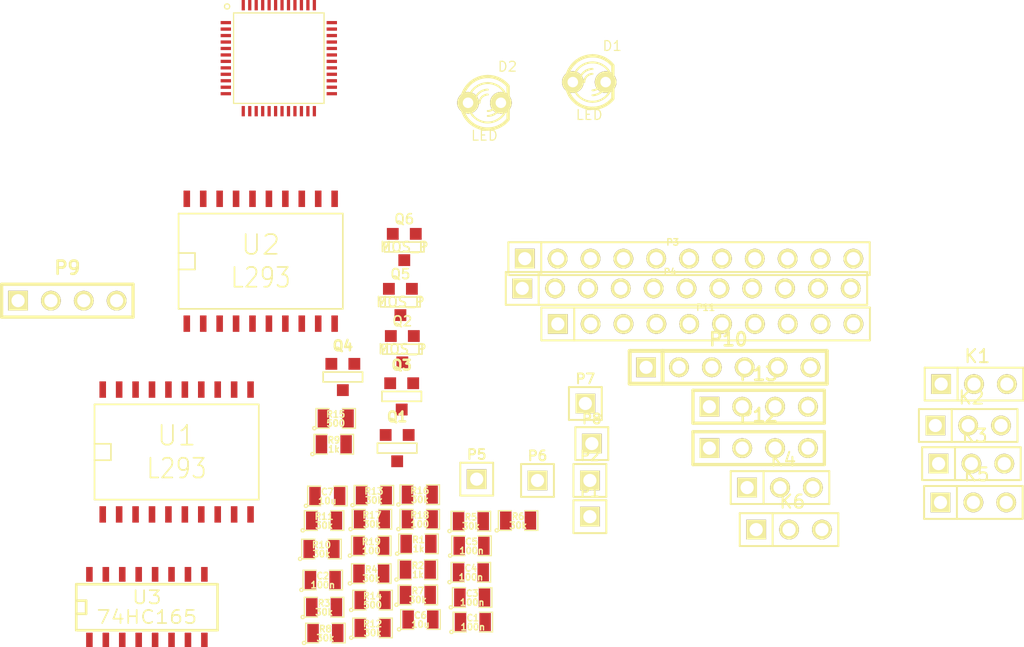
<source format=kicad_pcb>
(kicad_pcb (version 3) (host pcbnew "(2013-07-07 BZR 4022)-stable")

  (general
    (links 172)
    (no_connects 172)
    (area 0 0 0 0)
    (thickness 1.6)
    (drawings 0)
    (tracks 0)
    (zones 0)
    (modules 57)
    (nets 74)
  )

  (page A3)
  (layers
    (15 F.Cu signal)
    (0 B.Cu signal)
    (16 B.Adhes user)
    (17 F.Adhes user)
    (18 B.Paste user)
    (19 F.Paste user)
    (20 B.SilkS user)
    (21 F.SilkS user)
    (22 B.Mask user)
    (23 F.Mask user)
    (24 Dwgs.User user)
    (25 Cmts.User user)
    (26 Eco1.User user)
    (27 Eco2.User user)
    (28 Edge.Cuts user)
  )

  (setup
    (last_trace_width 0.254)
    (trace_clearance 0.254)
    (zone_clearance 0.508)
    (zone_45_only no)
    (trace_min 0.254)
    (segment_width 0.2)
    (edge_width 0.1)
    (via_size 0.889)
    (via_drill 0.635)
    (via_min_size 0.889)
    (via_min_drill 0.508)
    (uvia_size 0.508)
    (uvia_drill 0.127)
    (uvias_allowed no)
    (uvia_min_size 0.508)
    (uvia_min_drill 0.127)
    (pcb_text_width 0.3)
    (pcb_text_size 1.5 1.5)
    (mod_edge_width 0.15)
    (mod_text_size 1 1)
    (mod_text_width 0.15)
    (pad_size 1.5 1.5)
    (pad_drill 0.6)
    (pad_to_mask_clearance 0)
    (aux_axis_origin 0 0)
    (visible_elements FFFFFFBF)
    (pcbplotparams
      (layerselection 3178497)
      (usegerberextensions true)
      (excludeedgelayer true)
      (linewidth 0.150000)
      (plotframeref false)
      (viasonmask false)
      (mode 1)
      (useauxorigin false)
      (hpglpennumber 1)
      (hpglpenspeed 20)
      (hpglpendiameter 15)
      (hpglpenoverlay 2)
      (psnegative false)
      (psa4output false)
      (plotreference true)
      (plotvalue true)
      (plotothertext true)
      (plotinvisibletext false)
      (padsonsilk false)
      (subtractmaskfromsilk false)
      (outputformat 1)
      (mirror false)
      (drillshape 1)
      (scaleselection 1)
      (outputdirectory ""))
  )

  (net 0 "")
  (net 1 +6V)
  (net 2 /adc1)
  (net 3 /adc2)
  (net 4 /adc3)
  (net 5 /adc4)
  (net 6 /adc5)
  (net 7 /addr0)
  (net 8 /addr1)
  (net 9 /batt+)
  (net 10 /buck-out-5v)
  (net 11 /in-scl)
  (net 12 /in-sda)
  (net 13 /in0)
  (net 14 /in1)
  (net 15 /in2)
  (net 16 /in3)
  (net 17 /in4)
  (net 18 /in5)
  (net 19 /in6)
  (net 20 /in7)
  (net 21 /iwakeup)
  (net 22 /led1)
  (net 23 /led2)
  (net 24 /moto-en1)
  (net 25 /moto-en2)
  (net 26 /moto1)
  (net 27 /moto2)
  (net 28 /moto3)
  (net 29 /moto4)
  (net 30 /moto5)
  (net 31 /moto6)
  (net 32 /moto7)
  (net 33 /moto8)
  (net 34 /out1)
  (net 35 /out2)
  (net 36 /out3)
  (net 37 /out4)
  (net 38 /out5)
  (net 39 /out6)
  (net 40 /out7)
  (net 41 /out8)
  (net 42 /scl-int)
  (net 43 /sda-int)
  (net 44 /servo-en)
  (net 45 /servo-vdd+)
  (net 46 /servo1)
  (net 47 /servo2)
  (net 48 /servo3)
  (net 49 /servo4)
  (net 50 /servo5)
  (net 51 /servo6)
  (net 52 /swd-clk)
  (net 53 /swd-io)
  (net 54 /wakeup)
  (net 55 /~in-load)
  (net 56 /~in-scl-en)
  (net 57 GND)
  (net 58 N-000001)
  (net 59 N-000002)
  (net 60 N-0000022)
  (net 61 N-000003)
  (net 62 N-0000036)
  (net 63 N-0000037)
  (net 64 N-0000038)
  (net 65 N-0000046)
  (net 66 N-0000055)
  (net 67 N-0000062)
  (net 68 N-0000069)
  (net 69 N-0000070)
  (net 70 N-0000072)
  (net 71 N-0000075)
  (net 72 N-0000079)
  (net 73 VDD)

  (net_class Default "This is the default net class."
    (clearance 0.254)
    (trace_width 0.254)
    (via_dia 0.889)
    (via_drill 0.635)
    (uvia_dia 0.508)
    (uvia_drill 0.127)
    (add_net "")
    (add_net +6V)
    (add_net /adc1)
    (add_net /adc2)
    (add_net /adc3)
    (add_net /adc4)
    (add_net /adc5)
    (add_net /addr0)
    (add_net /addr1)
    (add_net /batt+)
    (add_net /buck-out-5v)
    (add_net /in-scl)
    (add_net /in-sda)
    (add_net /in0)
    (add_net /in1)
    (add_net /in2)
    (add_net /in3)
    (add_net /in4)
    (add_net /in5)
    (add_net /in6)
    (add_net /in7)
    (add_net /iwakeup)
    (add_net /led1)
    (add_net /led2)
    (add_net /moto-en1)
    (add_net /moto-en2)
    (add_net /moto1)
    (add_net /moto2)
    (add_net /moto3)
    (add_net /moto4)
    (add_net /moto5)
    (add_net /moto6)
    (add_net /moto7)
    (add_net /moto8)
    (add_net /out1)
    (add_net /out2)
    (add_net /out3)
    (add_net /out4)
    (add_net /out5)
    (add_net /out6)
    (add_net /out7)
    (add_net /out8)
    (add_net /scl-int)
    (add_net /sda-int)
    (add_net /servo-en)
    (add_net /servo-vdd+)
    (add_net /servo1)
    (add_net /servo2)
    (add_net /servo3)
    (add_net /servo4)
    (add_net /servo5)
    (add_net /servo6)
    (add_net /swd-clk)
    (add_net /swd-io)
    (add_net /wakeup)
    (add_net /~in-load)
    (add_net /~in-scl-en)
    (add_net GND)
    (add_net N-000001)
    (add_net N-000002)
    (add_net N-0000022)
    (add_net N-000003)
    (add_net N-0000036)
    (add_net N-0000037)
    (add_net N-0000038)
    (add_net N-0000046)
    (add_net N-0000055)
    (add_net N-0000062)
    (add_net N-0000069)
    (add_net N-0000070)
    (add_net N-0000072)
    (add_net N-0000075)
    (add_net N-0000079)
    (add_net VDD)
  )

  (module SOT23GDS (layer F.Cu) (tedit 50911E03) (tstamp 52236A74)
    (at -6.95 -12.1)
    (descr "Module CMS SOT23 Transistore EBC")
    (tags "CMS SOT")
    (path /52228AC7)
    (attr smd)
    (fp_text reference Q6 (at 0 -2.159) (layer F.SilkS)
      (effects (font (size 0.762 0.762) (thickness 0.12954)))
    )
    (fp_text value MOS_P (at 0 0) (layer F.SilkS)
      (effects (font (size 0.762 0.762) (thickness 0.12954)))
    )
    (fp_line (start -1.524 -0.381) (end 1.524 -0.381) (layer F.SilkS) (width 0.11938))
    (fp_line (start 1.524 -0.381) (end 1.524 0.381) (layer F.SilkS) (width 0.11938))
    (fp_line (start 1.524 0.381) (end -1.524 0.381) (layer F.SilkS) (width 0.11938))
    (fp_line (start -1.524 0.381) (end -1.524 -0.381) (layer F.SilkS) (width 0.11938))
    (pad S smd rect (at -0.889 -1.016) (size 0.9144 0.9144)
      (layers F.Cu F.Paste F.Mask)
      (net 1 +6V)
    )
    (pad G smd rect (at 0.889 -1.016) (size 0.9144 0.9144)
      (layers F.Cu F.Paste F.Mask)
      (net 58 N-000001)
    )
    (pad D smd rect (at 0 1.016) (size 0.9144 0.9144)
      (layers F.Cu F.Paste F.Mask)
      (net 61 N-000003)
    )
    (model smd/cms_sot23.wrl
      (at (xyz 0 0 0))
      (scale (xyz 0.13 0.15 0.15))
      (rotate (xyz 0 0 0))
    )
  )

  (module SOT23GDS (layer F.Cu) (tedit 50911E03) (tstamp 52236A7F)
    (at -7.25 -7.85)
    (descr "Module CMS SOT23 Transistore EBC")
    (tags "CMS SOT")
    (path /5222774B)
    (attr smd)
    (fp_text reference Q5 (at 0 -2.159) (layer F.SilkS)
      (effects (font (size 0.762 0.762) (thickness 0.12954)))
    )
    (fp_text value MOS_P (at 0 0) (layer F.SilkS)
      (effects (font (size 0.762 0.762) (thickness 0.12954)))
    )
    (fp_line (start -1.524 -0.381) (end 1.524 -0.381) (layer F.SilkS) (width 0.11938))
    (fp_line (start 1.524 -0.381) (end 1.524 0.381) (layer F.SilkS) (width 0.11938))
    (fp_line (start 1.524 0.381) (end -1.524 0.381) (layer F.SilkS) (width 0.11938))
    (fp_line (start -1.524 0.381) (end -1.524 -0.381) (layer F.SilkS) (width 0.11938))
    (pad S smd rect (at -0.889 -1.016) (size 0.9144 0.9144)
      (layers F.Cu F.Paste F.Mask)
      (net 1 +6V)
    )
    (pad G smd rect (at 0.889 -1.016) (size 0.9144 0.9144)
      (layers F.Cu F.Paste F.Mask)
      (net 67 N-0000062)
    )
    (pad D smd rect (at 0 1.016) (size 0.9144 0.9144)
      (layers F.Cu F.Paste F.Mask)
      (net 72 N-0000079)
    )
    (model smd/cms_sot23.wrl
      (at (xyz 0 0 0))
      (scale (xyz 0.13 0.15 0.15))
      (rotate (xyz 0 0 0))
    )
  )

  (module SOT23GDS (layer F.Cu) (tedit 50911E03) (tstamp 52236A8A)
    (at -7.1 -4.2)
    (descr "Module CMS SOT23 Transistore EBC")
    (tags "CMS SOT")
    (path /5222B222)
    (attr smd)
    (fp_text reference Q2 (at 0 -2.159) (layer F.SilkS)
      (effects (font (size 0.762 0.762) (thickness 0.12954)))
    )
    (fp_text value MOS_P (at 0 0) (layer F.SilkS)
      (effects (font (size 0.762 0.762) (thickness 0.12954)))
    )
    (fp_line (start -1.524 -0.381) (end 1.524 -0.381) (layer F.SilkS) (width 0.11938))
    (fp_line (start 1.524 -0.381) (end 1.524 0.381) (layer F.SilkS) (width 0.11938))
    (fp_line (start 1.524 0.381) (end -1.524 0.381) (layer F.SilkS) (width 0.11938))
    (fp_line (start -1.524 0.381) (end -1.524 -0.381) (layer F.SilkS) (width 0.11938))
    (pad S smd rect (at -0.889 -1.016) (size 0.9144 0.9144)
      (layers F.Cu F.Paste F.Mask)
      (net 9 /batt+)
    )
    (pad G smd rect (at 0.889 -1.016) (size 0.9144 0.9144)
      (layers F.Cu F.Paste F.Mask)
      (net 63 N-0000037)
    )
    (pad D smd rect (at 0 1.016) (size 0.9144 0.9144)
      (layers F.Cu F.Paste F.Mask)
      (net 45 /servo-vdd+)
    )
    (model smd/cms_sot23.wrl
      (at (xyz 0 0 0))
      (scale (xyz 0.13 0.15 0.15))
      (rotate (xyz 0 0 0))
    )
  )

  (module SOT23EBC (layer F.Cu) (tedit 3F980186) (tstamp 52236A95)
    (at -7.15 -0.55)
    (descr "Module CMS SOT23 Transistore EBC")
    (tags "CMS SOT")
    (path /52227733)
    (attr smd)
    (fp_text reference Q3 (at 0 -2.413) (layer F.SilkS)
      (effects (font (size 0.762 0.762) (thickness 0.2032)))
    )
    (fp_text value BC847 (at 0 0) (layer F.SilkS) hide
      (effects (font (size 0.762 0.762) (thickness 0.2032)))
    )
    (fp_line (start -1.524 -0.381) (end 1.524 -0.381) (layer F.SilkS) (width 0.127))
    (fp_line (start 1.524 -0.381) (end 1.524 0.381) (layer F.SilkS) (width 0.127))
    (fp_line (start 1.524 0.381) (end -1.524 0.381) (layer F.SilkS) (width 0.127))
    (fp_line (start -1.524 0.381) (end -1.524 -0.381) (layer F.SilkS) (width 0.127))
    (pad 1 smd rect (at -0.889 -1.016) (size 0.9144 0.9144)
      (layers F.Cu F.Paste F.Mask)
      (net 57 GND)
    )
    (pad 2 smd rect (at 0.889 -1.016) (size 0.9144 0.9144)
      (layers F.Cu F.Paste F.Mask)
      (net 68 N-0000069)
    )
    (pad 3 smd rect (at 0 1.016) (size 0.9144 0.9144)
      (layers F.Cu F.Paste F.Mask)
      (net 71 N-0000075)
    )
    (model smd/cms_sot23.wrl
      (at (xyz 0 0 0))
      (scale (xyz 0.13 0.15 0.15))
      (rotate (xyz 0 0 0))
    )
  )

  (module SOT23EBC (layer F.Cu) (tedit 3F980186) (tstamp 52236AA0)
    (at -7.5 3.45)
    (descr "Module CMS SOT23 Transistore EBC")
    (tags "CMS SOT")
    (path /5222BF1B)
    (attr smd)
    (fp_text reference Q1 (at 0 -2.413) (layer F.SilkS)
      (effects (font (size 0.762 0.762) (thickness 0.2032)))
    )
    (fp_text value NPN (at 0 0) (layer F.SilkS) hide
      (effects (font (size 0.762 0.762) (thickness 0.2032)))
    )
    (fp_line (start -1.524 -0.381) (end 1.524 -0.381) (layer F.SilkS) (width 0.127))
    (fp_line (start 1.524 -0.381) (end 1.524 0.381) (layer F.SilkS) (width 0.127))
    (fp_line (start 1.524 0.381) (end -1.524 0.381) (layer F.SilkS) (width 0.127))
    (fp_line (start -1.524 0.381) (end -1.524 -0.381) (layer F.SilkS) (width 0.127))
    (pad 1 smd rect (at -0.889 -1.016) (size 0.9144 0.9144)
      (layers F.Cu F.Paste F.Mask)
      (net 57 GND)
    )
    (pad 2 smd rect (at 0.889 -1.016) (size 0.9144 0.9144)
      (layers F.Cu F.Paste F.Mask)
      (net 62 N-0000036)
    )
    (pad 3 smd rect (at 0 1.016) (size 0.9144 0.9144)
      (layers F.Cu F.Paste F.Mask)
      (net 63 N-0000037)
    )
    (model smd/cms_sot23.wrl
      (at (xyz 0 0 0))
      (scale (xyz 0.13 0.15 0.15))
      (rotate (xyz 0 0 0))
    )
  )

  (module SOT23EBC (layer F.Cu) (tedit 3F980186) (tstamp 52236AAB)
    (at -11.7 -2.05)
    (descr "Module CMS SOT23 Transistore EBC")
    (tags "CMS SOT")
    (path /52228AAF)
    (attr smd)
    (fp_text reference Q4 (at 0 -2.413) (layer F.SilkS)
      (effects (font (size 0.762 0.762) (thickness 0.2032)))
    )
    (fp_text value BC847 (at 0 0) (layer F.SilkS) hide
      (effects (font (size 0.762 0.762) (thickness 0.2032)))
    )
    (fp_line (start -1.524 -0.381) (end 1.524 -0.381) (layer F.SilkS) (width 0.127))
    (fp_line (start 1.524 -0.381) (end 1.524 0.381) (layer F.SilkS) (width 0.127))
    (fp_line (start 1.524 0.381) (end -1.524 0.381) (layer F.SilkS) (width 0.127))
    (fp_line (start -1.524 0.381) (end -1.524 -0.381) (layer F.SilkS) (width 0.127))
    (pad 1 smd rect (at -0.889 -1.016) (size 0.9144 0.9144)
      (layers F.Cu F.Paste F.Mask)
      (net 57 GND)
    )
    (pad 2 smd rect (at 0.889 -1.016) (size 0.9144 0.9144)
      (layers F.Cu F.Paste F.Mask)
      (net 59 N-000002)
    )
    (pad 3 smd rect (at 0 1.016) (size 0.9144 0.9144)
      (layers F.Cu F.Paste F.Mask)
      (net 60 N-0000022)
    )
    (model smd/cms_sot23.wrl
      (at (xyz 0 0 0))
      (scale (xyz 0.13 0.15 0.15))
      (rotate (xyz 0 0 0))
    )
  )

  (module SO20L (layer F.Cu) (tedit 42807090) (tstamp 52236ACA)
    (at -18.05 -11)
    (descr "Cms SOJ 20 pins large")
    (tags "CMS SOJ")
    (path /52228AD3)
    (attr smd)
    (fp_text reference U2 (at 0 -1.27) (layer F.SilkS)
      (effects (font (size 1.524 1.524) (thickness 0.127)))
    )
    (fp_text value L293 (at 0 1.27) (layer F.SilkS)
      (effects (font (size 1.524 1.27) (thickness 0.127)))
    )
    (fp_line (start 6.35 3.683) (end 6.35 -3.683) (layer F.SilkS) (width 0.127))
    (fp_line (start -6.35 -3.683) (end -6.35 3.683) (layer F.SilkS) (width 0.127))
    (fp_line (start 6.35 3.683) (end -6.35 3.683) (layer F.SilkS) (width 0.127))
    (fp_line (start -6.35 -3.683) (end 6.35 -3.683) (layer F.SilkS) (width 0.127))
    (fp_line (start -6.35 -0.635) (end -5.08 -0.635) (layer F.SilkS) (width 0.127))
    (fp_line (start -5.08 -0.635) (end -5.08 0.635) (layer F.SilkS) (width 0.127))
    (fp_line (start -5.08 0.635) (end -6.35 0.635) (layer F.SilkS) (width 0.127))
    (pad 11 smd rect (at 5.715 -4.826) (size 0.508 1.27)
      (layers F.Cu F.Paste F.Mask)
      (net 25 /moto-en2)
    )
    (pad 12 smd rect (at 4.445 -4.826) (size 0.508 1.27)
      (layers F.Cu F.Paste F.Mask)
      (net 32 /moto7)
    )
    (pad 13 smd rect (at 3.175 -4.826) (size 0.508 1.27)
      (layers F.Cu F.Paste F.Mask)
      (net 41 /out8)
    )
    (pad 14 smd rect (at 1.905 -4.826) (size 0.508 1.27)
      (layers F.Cu F.Paste F.Mask)
      (net 57 GND)
    )
    (pad 15 smd rect (at 0.635 -4.826) (size 0.508 1.27)
      (layers F.Cu F.Paste F.Mask)
      (net 57 GND)
    )
    (pad 16 smd rect (at -0.635 -4.826) (size 0.508 1.27)
      (layers F.Cu F.Paste F.Mask)
      (net 57 GND)
    )
    (pad 17 smd rect (at -1.905 -4.826) (size 0.508 1.27)
      (layers F.Cu F.Paste F.Mask)
      (net 57 GND)
    )
    (pad 18 smd rect (at -3.175 -4.826) (size 0.508 1.27)
      (layers F.Cu F.Paste F.Mask)
      (net 40 /out7)
    )
    (pad 19 smd rect (at -4.445 -4.826) (size 0.508 1.27)
      (layers F.Cu F.Paste F.Mask)
      (net 33 /moto8)
    )
    (pad 20 smd rect (at -5.715 -4.826) (size 0.508 1.27)
      (layers F.Cu F.Paste F.Mask)
      (net 61 N-000003)
    )
    (pad 1 smd rect (at -5.715 4.826) (size 0.508 1.27)
      (layers F.Cu F.Paste F.Mask)
      (net 25 /moto-en2)
    )
    (pad 2 smd rect (at -4.445 4.826) (size 0.508 1.27)
      (layers F.Cu F.Paste F.Mask)
      (net 30 /moto5)
    )
    (pad 3 smd rect (at -3.175 4.826) (size 0.508 1.27)
      (layers F.Cu F.Paste F.Mask)
      (net 38 /out5)
    )
    (pad 4 smd rect (at -1.905 4.826) (size 0.508 1.27)
      (layers F.Cu F.Paste F.Mask)
      (net 57 GND)
    )
    (pad 5 smd rect (at -0.635 4.826) (size 0.508 1.27)
      (layers F.Cu F.Paste F.Mask)
      (net 57 GND)
    )
    (pad 6 smd rect (at 0.635 4.826) (size 0.508 1.27)
      (layers F.Cu F.Paste F.Mask)
      (net 57 GND)
    )
    (pad 7 smd rect (at 1.905 4.826) (size 0.508 1.27)
      (layers F.Cu F.Paste F.Mask)
      (net 57 GND)
    )
    (pad 8 smd rect (at 3.175 4.826) (size 0.508 1.27)
      (layers F.Cu F.Paste F.Mask)
      (net 39 /out6)
    )
    (pad 9 smd rect (at 4.445 4.826) (size 0.508 1.27)
      (layers F.Cu F.Paste F.Mask)
      (net 31 /moto6)
    )
    (pad 10 smd rect (at 5.715 4.826) (size 0.508 1.27)
      (layers F.Cu F.Paste F.Mask)
      (net 61 N-000003)
    )
    (model smd/cms_so20.wrl
      (at (xyz 0 0 0))
      (scale (xyz 0.5 0.6 0.5))
      (rotate (xyz 0 0 0))
    )
  )

  (module SO20L (layer F.Cu) (tedit 42807090) (tstamp 52236AE9)
    (at -24.55 3.75)
    (descr "Cms SOJ 20 pins large")
    (tags "CMS SOJ")
    (path /52227757)
    (attr smd)
    (fp_text reference U1 (at 0 -1.27) (layer F.SilkS)
      (effects (font (size 1.524 1.524) (thickness 0.127)))
    )
    (fp_text value L293 (at 0 1.27) (layer F.SilkS)
      (effects (font (size 1.524 1.27) (thickness 0.127)))
    )
    (fp_line (start 6.35 3.683) (end 6.35 -3.683) (layer F.SilkS) (width 0.127))
    (fp_line (start -6.35 -3.683) (end -6.35 3.683) (layer F.SilkS) (width 0.127))
    (fp_line (start 6.35 3.683) (end -6.35 3.683) (layer F.SilkS) (width 0.127))
    (fp_line (start -6.35 -3.683) (end 6.35 -3.683) (layer F.SilkS) (width 0.127))
    (fp_line (start -6.35 -0.635) (end -5.08 -0.635) (layer F.SilkS) (width 0.127))
    (fp_line (start -5.08 -0.635) (end -5.08 0.635) (layer F.SilkS) (width 0.127))
    (fp_line (start -5.08 0.635) (end -6.35 0.635) (layer F.SilkS) (width 0.127))
    (pad 11 smd rect (at 5.715 -4.826) (size 0.508 1.27)
      (layers F.Cu F.Paste F.Mask)
      (net 24 /moto-en1)
    )
    (pad 12 smd rect (at 4.445 -4.826) (size 0.508 1.27)
      (layers F.Cu F.Paste F.Mask)
      (net 28 /moto3)
    )
    (pad 13 smd rect (at 3.175 -4.826) (size 0.508 1.27)
      (layers F.Cu F.Paste F.Mask)
      (net 37 /out4)
    )
    (pad 14 smd rect (at 1.905 -4.826) (size 0.508 1.27)
      (layers F.Cu F.Paste F.Mask)
      (net 57 GND)
    )
    (pad 15 smd rect (at 0.635 -4.826) (size 0.508 1.27)
      (layers F.Cu F.Paste F.Mask)
      (net 57 GND)
    )
    (pad 16 smd rect (at -0.635 -4.826) (size 0.508 1.27)
      (layers F.Cu F.Paste F.Mask)
      (net 57 GND)
    )
    (pad 17 smd rect (at -1.905 -4.826) (size 0.508 1.27)
      (layers F.Cu F.Paste F.Mask)
      (net 57 GND)
    )
    (pad 18 smd rect (at -3.175 -4.826) (size 0.508 1.27)
      (layers F.Cu F.Paste F.Mask)
      (net 36 /out3)
    )
    (pad 19 smd rect (at -4.445 -4.826) (size 0.508 1.27)
      (layers F.Cu F.Paste F.Mask)
      (net 29 /moto4)
    )
    (pad 20 smd rect (at -5.715 -4.826) (size 0.508 1.27)
      (layers F.Cu F.Paste F.Mask)
      (net 72 N-0000079)
    )
    (pad 1 smd rect (at -5.715 4.826) (size 0.508 1.27)
      (layers F.Cu F.Paste F.Mask)
      (net 24 /moto-en1)
    )
    (pad 2 smd rect (at -4.445 4.826) (size 0.508 1.27)
      (layers F.Cu F.Paste F.Mask)
      (net 26 /moto1)
    )
    (pad 3 smd rect (at -3.175 4.826) (size 0.508 1.27)
      (layers F.Cu F.Paste F.Mask)
      (net 34 /out1)
    )
    (pad 4 smd rect (at -1.905 4.826) (size 0.508 1.27)
      (layers F.Cu F.Paste F.Mask)
      (net 57 GND)
    )
    (pad 5 smd rect (at -0.635 4.826) (size 0.508 1.27)
      (layers F.Cu F.Paste F.Mask)
      (net 57 GND)
    )
    (pad 6 smd rect (at 0.635 4.826) (size 0.508 1.27)
      (layers F.Cu F.Paste F.Mask)
      (net 57 GND)
    )
    (pad 7 smd rect (at 1.905 4.826) (size 0.508 1.27)
      (layers F.Cu F.Paste F.Mask)
      (net 57 GND)
    )
    (pad 8 smd rect (at 3.175 4.826) (size 0.508 1.27)
      (layers F.Cu F.Paste F.Mask)
      (net 35 /out2)
    )
    (pad 9 smd rect (at 4.445 4.826) (size 0.508 1.27)
      (layers F.Cu F.Paste F.Mask)
      (net 27 /moto2)
    )
    (pad 10 smd rect (at 5.715 4.826) (size 0.508 1.27)
      (layers F.Cu F.Paste F.Mask)
      (net 72 N-0000079)
    )
    (model smd/cms_so20.wrl
      (at (xyz 0 0 0))
      (scale (xyz 0.5 0.6 0.5))
      (rotate (xyz 0 0 0))
    )
  )

  (module SO16E (layer F.Cu) (tedit 4280700D) (tstamp 52236B04)
    (at -26.85 15.75)
    (descr "Module CMS SOJ 16 pins etroit")
    (tags "CMS SOJ")
    (path /52229D7A)
    (attr smd)
    (fp_text reference U3 (at 0 -0.762) (layer F.SilkS)
      (effects (font (size 1.016 1.143) (thickness 0.127)))
    )
    (fp_text value 74HC165 (at 0 0.762) (layer F.SilkS)
      (effects (font (size 1.016 1.143) (thickness 0.127)))
    )
    (fp_line (start -5.461 -1.778) (end 5.461 -1.778) (layer F.SilkS) (width 0.2032))
    (fp_line (start 5.461 -1.778) (end 5.461 1.778) (layer F.SilkS) (width 0.2032))
    (fp_line (start 5.461 1.778) (end -5.461 1.778) (layer F.SilkS) (width 0.2032))
    (fp_line (start -5.461 1.778) (end -5.461 -1.778) (layer F.SilkS) (width 0.2032))
    (fp_line (start -5.461 -0.508) (end -4.699 -0.508) (layer F.SilkS) (width 0.2032))
    (fp_line (start -4.699 -0.508) (end -4.699 0.508) (layer F.SilkS) (width 0.2032))
    (fp_line (start -4.699 0.508) (end -5.461 0.508) (layer F.SilkS) (width 0.2032))
    (pad 1 smd rect (at -4.445 2.54) (size 0.508 1.143)
      (layers F.Cu F.Paste F.Mask)
      (net 55 /~in-load)
    )
    (pad 2 smd rect (at -3.175 2.54) (size 0.508 1.143)
      (layers F.Cu F.Paste F.Mask)
      (net 11 /in-scl)
    )
    (pad 3 smd rect (at -1.905 2.54) (size 0.508 1.143)
      (layers F.Cu F.Paste F.Mask)
      (net 17 /in4)
    )
    (pad 4 smd rect (at -0.635 2.54) (size 0.508 1.143)
      (layers F.Cu F.Paste F.Mask)
      (net 18 /in5)
    )
    (pad 5 smd rect (at 0.635 2.54) (size 0.508 1.143)
      (layers F.Cu F.Paste F.Mask)
      (net 19 /in6)
    )
    (pad 6 smd rect (at 1.905 2.54) (size 0.508 1.143)
      (layers F.Cu F.Paste F.Mask)
      (net 20 /in7)
    )
    (pad 7 smd rect (at 3.175 2.54) (size 0.508 1.143)
      (layers F.Cu F.Paste F.Mask)
    )
    (pad 8 smd rect (at 4.445 2.54) (size 0.508 1.143)
      (layers F.Cu F.Paste F.Mask)
      (net 57 GND)
    )
    (pad 9 smd rect (at 4.445 -2.54) (size 0.508 1.143)
      (layers F.Cu F.Paste F.Mask)
      (net 12 /in-sda)
    )
    (pad 10 smd rect (at 3.175 -2.54) (size 0.508 1.143)
      (layers F.Cu F.Paste F.Mask)
      (net 73 VDD)
    )
    (pad 11 smd rect (at 1.905 -2.54) (size 0.508 1.143)
      (layers F.Cu F.Paste F.Mask)
      (net 13 /in0)
    )
    (pad 12 smd rect (at 0.635 -2.54) (size 0.508 1.143)
      (layers F.Cu F.Paste F.Mask)
      (net 14 /in1)
    )
    (pad 13 smd rect (at -0.635 -2.54) (size 0.508 1.143)
      (layers F.Cu F.Paste F.Mask)
      (net 15 /in2)
    )
    (pad 14 smd rect (at -1.905 -2.54) (size 0.508 1.143)
      (layers F.Cu F.Paste F.Mask)
      (net 16 /in3)
    )
    (pad 15 smd rect (at -3.175 -2.54) (size 0.508 1.143)
      (layers F.Cu F.Paste F.Mask)
      (net 56 /~in-scl-en)
    )
    (pad 16 smd rect (at -4.445 -2.54) (size 0.508 1.143)
      (layers F.Cu F.Paste F.Mask)
      (net 73 VDD)
    )
    (model smd/cms_so16.wrl
      (at (xyz 0 0 0))
      (scale (xyz 0.5 0.3 0.5))
      (rotate (xyz 0 0 0))
    )
  )

  (module SM0805 (layer F.Cu) (tedit 5091495C) (tstamp 52236B11)
    (at -12.25 1.15)
    (path /52228A9D)
    (attr smd)
    (fp_text reference R15 (at 0 -0.3175) (layer F.SilkS)
      (effects (font (size 0.50038 0.50038) (thickness 0.10922)))
    )
    (fp_text value 500 (at 0 0.381) (layer F.SilkS)
      (effects (font (size 0.50038 0.50038) (thickness 0.10922)))
    )
    (fp_circle (center -1.651 0.762) (end -1.651 0.635) (layer F.SilkS) (width 0.09906))
    (fp_line (start -0.508 0.762) (end -1.524 0.762) (layer F.SilkS) (width 0.09906))
    (fp_line (start -1.524 0.762) (end -1.524 -0.762) (layer F.SilkS) (width 0.09906))
    (fp_line (start -1.524 -0.762) (end -0.508 -0.762) (layer F.SilkS) (width 0.09906))
    (fp_line (start 0.508 -0.762) (end 1.524 -0.762) (layer F.SilkS) (width 0.09906))
    (fp_line (start 1.524 -0.762) (end 1.524 0.762) (layer F.SilkS) (width 0.09906))
    (fp_line (start 1.524 0.762) (end 0.508 0.762) (layer F.SilkS) (width 0.09906))
    (pad 1 smd rect (at -0.9525 0) (size 0.889 1.397)
      (layers F.Cu F.Paste F.Mask)
      (net 25 /moto-en2)
    )
    (pad 2 smd rect (at 0.9525 0) (size 0.889 1.397)
      (layers F.Cu F.Paste F.Mask)
      (net 59 N-000002)
    )
    (model smd/chip_cms.wrl
      (at (xyz 0 0 0))
      (scale (xyz 0.1 0.1 0.1))
      (rotate (xyz 0 0 0))
    )
  )

  (module SM0805 (layer F.Cu) (tedit 5091495C) (tstamp 52236B1E)
    (at -12.4 3.15)
    (path /5222C177)
    (attr smd)
    (fp_text reference R9 (at 0 -0.3175) (layer F.SilkS)
      (effects (font (size 0.50038 0.50038) (thickness 0.10922)))
    )
    (fp_text value 1k (at 0 0.381) (layer F.SilkS)
      (effects (font (size 0.50038 0.50038) (thickness 0.10922)))
    )
    (fp_circle (center -1.651 0.762) (end -1.651 0.635) (layer F.SilkS) (width 0.09906))
    (fp_line (start -0.508 0.762) (end -1.524 0.762) (layer F.SilkS) (width 0.09906))
    (fp_line (start -1.524 0.762) (end -1.524 -0.762) (layer F.SilkS) (width 0.09906))
    (fp_line (start -1.524 -0.762) (end -0.508 -0.762) (layer F.SilkS) (width 0.09906))
    (fp_line (start 0.508 -0.762) (end 1.524 -0.762) (layer F.SilkS) (width 0.09906))
    (fp_line (start 1.524 -0.762) (end 1.524 0.762) (layer F.SilkS) (width 0.09906))
    (fp_line (start 1.524 0.762) (end 0.508 0.762) (layer F.SilkS) (width 0.09906))
    (pad 1 smd rect (at -0.9525 0) (size 0.889 1.397)
      (layers F.Cu F.Paste F.Mask)
      (net 44 /servo-en)
    )
    (pad 2 smd rect (at 0.9525 0) (size 0.889 1.397)
      (layers F.Cu F.Paste F.Mask)
      (net 62 N-0000036)
    )
    (model smd/chip_cms.wrl
      (at (xyz 0 0 0))
      (scale (xyz 0.1 0.1 0.1))
      (rotate (xyz 0 0 0))
    )
  )

  (module SM0805 (layer F.Cu) (tedit 5091495C) (tstamp 52236B2B)
    (at -12.9 7.15)
    (path /5222B6BC)
    (attr smd)
    (fp_text reference C7 (at 0 -0.3175) (layer F.SilkS)
      (effects (font (size 0.50038 0.50038) (thickness 0.10922)))
    )
    (fp_text value 10u (at 0 0.381) (layer F.SilkS)
      (effects (font (size 0.50038 0.50038) (thickness 0.10922)))
    )
    (fp_circle (center -1.651 0.762) (end -1.651 0.635) (layer F.SilkS) (width 0.09906))
    (fp_line (start -0.508 0.762) (end -1.524 0.762) (layer F.SilkS) (width 0.09906))
    (fp_line (start -1.524 0.762) (end -1.524 -0.762) (layer F.SilkS) (width 0.09906))
    (fp_line (start -1.524 -0.762) (end -0.508 -0.762) (layer F.SilkS) (width 0.09906))
    (fp_line (start 0.508 -0.762) (end 1.524 -0.762) (layer F.SilkS) (width 0.09906))
    (fp_line (start 1.524 -0.762) (end 1.524 0.762) (layer F.SilkS) (width 0.09906))
    (fp_line (start 1.524 0.762) (end 0.508 0.762) (layer F.SilkS) (width 0.09906))
    (pad 1 smd rect (at -0.9525 0) (size 0.889 1.397)
      (layers F.Cu F.Paste F.Mask)
      (net 63 N-0000037)
    )
    (pad 2 smd rect (at 0.9525 0) (size 0.889 1.397)
      (layers F.Cu F.Paste F.Mask)
      (net 45 /servo-vdd+)
    )
    (model smd/chip_cms.wrl
      (at (xyz 0 0 0))
      (scale (xyz 0.1 0.1 0.1))
      (rotate (xyz 0 0 0))
    )
  )

  (module SM0805 (layer F.Cu) (tedit 5091495C) (tstamp 52236B38)
    (at -13.15 9.05)
    (path /5222B58F)
    (attr smd)
    (fp_text reference R11 (at 0 -0.3175) (layer F.SilkS)
      (effects (font (size 0.50038 0.50038) (thickness 0.10922)))
    )
    (fp_text value 30k (at 0 0.381) (layer F.SilkS)
      (effects (font (size 0.50038 0.50038) (thickness 0.10922)))
    )
    (fp_circle (center -1.651 0.762) (end -1.651 0.635) (layer F.SilkS) (width 0.09906))
    (fp_line (start -0.508 0.762) (end -1.524 0.762) (layer F.SilkS) (width 0.09906))
    (fp_line (start -1.524 0.762) (end -1.524 -0.762) (layer F.SilkS) (width 0.09906))
    (fp_line (start -1.524 -0.762) (end -0.508 -0.762) (layer F.SilkS) (width 0.09906))
    (fp_line (start 0.508 -0.762) (end 1.524 -0.762) (layer F.SilkS) (width 0.09906))
    (fp_line (start 1.524 -0.762) (end 1.524 0.762) (layer F.SilkS) (width 0.09906))
    (fp_line (start 1.524 0.762) (end 0.508 0.762) (layer F.SilkS) (width 0.09906))
    (pad 1 smd rect (at -0.9525 0) (size 0.889 1.397)
      (layers F.Cu F.Paste F.Mask)
      (net 63 N-0000037)
    )
    (pad 2 smd rect (at 0.9525 0) (size 0.889 1.397)
      (layers F.Cu F.Paste F.Mask)
      (net 57 GND)
    )
    (model smd/chip_cms.wrl
      (at (xyz 0 0 0))
      (scale (xyz 0.1 0.1 0.1))
      (rotate (xyz 0 0 0))
    )
  )

  (module SM0805 (layer F.Cu) (tedit 5091495C) (tstamp 52236B45)
    (at -13.35 11.25)
    (path /5222C17D)
    (attr smd)
    (fp_text reference R10 (at 0 -0.3175) (layer F.SilkS)
      (effects (font (size 0.50038 0.50038) (thickness 0.10922)))
    )
    (fp_text value 30k (at 0 0.381) (layer F.SilkS)
      (effects (font (size 0.50038 0.50038) (thickness 0.10922)))
    )
    (fp_circle (center -1.651 0.762) (end -1.651 0.635) (layer F.SilkS) (width 0.09906))
    (fp_line (start -0.508 0.762) (end -1.524 0.762) (layer F.SilkS) (width 0.09906))
    (fp_line (start -1.524 0.762) (end -1.524 -0.762) (layer F.SilkS) (width 0.09906))
    (fp_line (start -1.524 -0.762) (end -0.508 -0.762) (layer F.SilkS) (width 0.09906))
    (fp_line (start 0.508 -0.762) (end 1.524 -0.762) (layer F.SilkS) (width 0.09906))
    (fp_line (start 1.524 -0.762) (end 1.524 0.762) (layer F.SilkS) (width 0.09906))
    (fp_line (start 1.524 0.762) (end 0.508 0.762) (layer F.SilkS) (width 0.09906))
    (pad 1 smd rect (at -0.9525 0) (size 0.889 1.397)
      (layers F.Cu F.Paste F.Mask)
      (net 57 GND)
    )
    (pad 2 smd rect (at 0.9525 0) (size 0.889 1.397)
      (layers F.Cu F.Paste F.Mask)
      (net 62 N-0000036)
    )
    (model smd/chip_cms.wrl
      (at (xyz 0 0 0))
      (scale (xyz 0.1 0.1 0.1))
      (rotate (xyz 0 0 0))
    )
  )

  (module SM0805 (layer F.Cu) (tedit 5091495C) (tstamp 52236B52)
    (at -13.25 13.65)
    (path /52227E48)
    (attr smd)
    (fp_text reference C2 (at 0 -0.3175) (layer F.SilkS)
      (effects (font (size 0.50038 0.50038) (thickness 0.10922)))
    )
    (fp_text value 100n (at 0 0.381) (layer F.SilkS)
      (effects (font (size 0.50038 0.50038) (thickness 0.10922)))
    )
    (fp_circle (center -1.651 0.762) (end -1.651 0.635) (layer F.SilkS) (width 0.09906))
    (fp_line (start -0.508 0.762) (end -1.524 0.762) (layer F.SilkS) (width 0.09906))
    (fp_line (start -1.524 0.762) (end -1.524 -0.762) (layer F.SilkS) (width 0.09906))
    (fp_line (start -1.524 -0.762) (end -0.508 -0.762) (layer F.SilkS) (width 0.09906))
    (fp_line (start 0.508 -0.762) (end 1.524 -0.762) (layer F.SilkS) (width 0.09906))
    (fp_line (start 1.524 -0.762) (end 1.524 0.762) (layer F.SilkS) (width 0.09906))
    (fp_line (start 1.524 0.762) (end 0.508 0.762) (layer F.SilkS) (width 0.09906))
    (pad 1 smd rect (at -0.9525 0) (size 0.889 1.397)
      (layers F.Cu F.Paste F.Mask)
      (net 73 VDD)
    )
    (pad 2 smd rect (at 0.9525 0) (size 0.889 1.397)
      (layers F.Cu F.Paste F.Mask)
      (net 57 GND)
    )
    (model smd/chip_cms.wrl
      (at (xyz 0 0 0))
      (scale (xyz 0.1 0.1 0.1))
      (rotate (xyz 0 0 0))
    )
  )

  (module SM0805 (layer F.Cu) (tedit 5091495C) (tstamp 52236B5F)
    (at -13.15 15.75)
    (path /52227E5E)
    (attr smd)
    (fp_text reference R3 (at 0 -0.3175) (layer F.SilkS)
      (effects (font (size 0.50038 0.50038) (thickness 0.10922)))
    )
    (fp_text value 30k (at 0 0.381) (layer F.SilkS)
      (effects (font (size 0.50038 0.50038) (thickness 0.10922)))
    )
    (fp_circle (center -1.651 0.762) (end -1.651 0.635) (layer F.SilkS) (width 0.09906))
    (fp_line (start -0.508 0.762) (end -1.524 0.762) (layer F.SilkS) (width 0.09906))
    (fp_line (start -1.524 0.762) (end -1.524 -0.762) (layer F.SilkS) (width 0.09906))
    (fp_line (start -1.524 -0.762) (end -0.508 -0.762) (layer F.SilkS) (width 0.09906))
    (fp_line (start 0.508 -0.762) (end 1.524 -0.762) (layer F.SilkS) (width 0.09906))
    (fp_line (start 1.524 -0.762) (end 1.524 0.762) (layer F.SilkS) (width 0.09906))
    (fp_line (start 1.524 0.762) (end 0.508 0.762) (layer F.SilkS) (width 0.09906))
    (pad 1 smd rect (at -0.9525 0) (size 0.889 1.397)
      (layers F.Cu F.Paste F.Mask)
      (net 21 /iwakeup)
    )
    (pad 2 smd rect (at 0.9525 0) (size 0.889 1.397)
      (layers F.Cu F.Paste F.Mask)
      (net 54 /wakeup)
    )
    (model smd/chip_cms.wrl
      (at (xyz 0 0 0))
      (scale (xyz 0.1 0.1 0.1))
      (rotate (xyz 0 0 0))
    )
  )

  (module SM0805 (layer F.Cu) (tedit 5091495C) (tstamp 52236B6C)
    (at -13.05 17.75)
    (path /5222E07D)
    (attr smd)
    (fp_text reference R8 (at 0 -0.3175) (layer F.SilkS)
      (effects (font (size 0.50038 0.50038) (thickness 0.10922)))
    )
    (fp_text value 30k (at 0 0.381) (layer F.SilkS)
      (effects (font (size 0.50038 0.50038) (thickness 0.10922)))
    )
    (fp_circle (center -1.651 0.762) (end -1.651 0.635) (layer F.SilkS) (width 0.09906))
    (fp_line (start -0.508 0.762) (end -1.524 0.762) (layer F.SilkS) (width 0.09906))
    (fp_line (start -1.524 0.762) (end -1.524 -0.762) (layer F.SilkS) (width 0.09906))
    (fp_line (start -1.524 -0.762) (end -0.508 -0.762) (layer F.SilkS) (width 0.09906))
    (fp_line (start 0.508 -0.762) (end 1.524 -0.762) (layer F.SilkS) (width 0.09906))
    (fp_line (start 1.524 -0.762) (end 1.524 0.762) (layer F.SilkS) (width 0.09906))
    (fp_line (start 1.524 0.762) (end 0.508 0.762) (layer F.SilkS) (width 0.09906))
    (pad 1 smd rect (at -0.9525 0) (size 0.889 1.397)
      (layers F.Cu F.Paste F.Mask)
      (net 73 VDD)
    )
    (pad 2 smd rect (at 0.9525 0) (size 0.889 1.397)
      (layers F.Cu F.Paste F.Mask)
      (net 7 /addr0)
    )
    (model smd/chip_cms.wrl
      (at (xyz 0 0 0))
      (scale (xyz 0.1 0.1 0.1))
      (rotate (xyz 0 0 0))
    )
  )

  (module SM0805 (layer F.Cu) (tedit 5091495C) (tstamp 52236B79)
    (at -9.3 7.1)
    (path /52228AA3)
    (attr smd)
    (fp_text reference R13 (at 0 -0.3175) (layer F.SilkS)
      (effects (font (size 0.50038 0.50038) (thickness 0.10922)))
    )
    (fp_text value 30k (at 0 0.381) (layer F.SilkS)
      (effects (font (size 0.50038 0.50038) (thickness 0.10922)))
    )
    (fp_circle (center -1.651 0.762) (end -1.651 0.635) (layer F.SilkS) (width 0.09906))
    (fp_line (start -0.508 0.762) (end -1.524 0.762) (layer F.SilkS) (width 0.09906))
    (fp_line (start -1.524 0.762) (end -1.524 -0.762) (layer F.SilkS) (width 0.09906))
    (fp_line (start -1.524 -0.762) (end -0.508 -0.762) (layer F.SilkS) (width 0.09906))
    (fp_line (start 0.508 -0.762) (end 1.524 -0.762) (layer F.SilkS) (width 0.09906))
    (fp_line (start 1.524 -0.762) (end 1.524 0.762) (layer F.SilkS) (width 0.09906))
    (fp_line (start 1.524 0.762) (end 0.508 0.762) (layer F.SilkS) (width 0.09906))
    (pad 1 smd rect (at -0.9525 0) (size 0.889 1.397)
      (layers F.Cu F.Paste F.Mask)
      (net 57 GND)
    )
    (pad 2 smd rect (at 0.9525 0) (size 0.889 1.397)
      (layers F.Cu F.Paste F.Mask)
      (net 25 /moto-en2)
    )
    (model smd/chip_cms.wrl
      (at (xyz 0 0 0))
      (scale (xyz 0.1 0.1 0.1))
      (rotate (xyz 0 0 0))
    )
  )

  (module SM0805 (layer F.Cu) (tedit 5091495C) (tstamp 52236B86)
    (at -9.45 8.95)
    (path /52228ABB)
    (attr smd)
    (fp_text reference R17 (at 0 -0.3175) (layer F.SilkS)
      (effects (font (size 0.50038 0.50038) (thickness 0.10922)))
    )
    (fp_text value 30k (at 0 0.381) (layer F.SilkS)
      (effects (font (size 0.50038 0.50038) (thickness 0.10922)))
    )
    (fp_circle (center -1.651 0.762) (end -1.651 0.635) (layer F.SilkS) (width 0.09906))
    (fp_line (start -0.508 0.762) (end -1.524 0.762) (layer F.SilkS) (width 0.09906))
    (fp_line (start -1.524 0.762) (end -1.524 -0.762) (layer F.SilkS) (width 0.09906))
    (fp_line (start -1.524 -0.762) (end -0.508 -0.762) (layer F.SilkS) (width 0.09906))
    (fp_line (start 0.508 -0.762) (end 1.524 -0.762) (layer F.SilkS) (width 0.09906))
    (fp_line (start 1.524 -0.762) (end 1.524 0.762) (layer F.SilkS) (width 0.09906))
    (fp_line (start 1.524 0.762) (end 0.508 0.762) (layer F.SilkS) (width 0.09906))
    (pad 1 smd rect (at -0.9525 0) (size 0.889 1.397)
      (layers F.Cu F.Paste F.Mask)
      (net 1 +6V)
    )
    (pad 2 smd rect (at 0.9525 0) (size 0.889 1.397)
      (layers F.Cu F.Paste F.Mask)
      (net 60 N-0000022)
    )
    (model smd/chip_cms.wrl
      (at (xyz 0 0 0))
      (scale (xyz 0.1 0.1 0.1))
      (rotate (xyz 0 0 0))
    )
  )

  (module SM0805 (layer F.Cu) (tedit 5091495C) (tstamp 52236B93)
    (at -9.5 11)
    (path /52228AC1)
    (attr smd)
    (fp_text reference R19 (at 0 -0.3175) (layer F.SilkS)
      (effects (font (size 0.50038 0.50038) (thickness 0.10922)))
    )
    (fp_text value 100 (at 0 0.381) (layer F.SilkS)
      (effects (font (size 0.50038 0.50038) (thickness 0.10922)))
    )
    (fp_circle (center -1.651 0.762) (end -1.651 0.635) (layer F.SilkS) (width 0.09906))
    (fp_line (start -0.508 0.762) (end -1.524 0.762) (layer F.SilkS) (width 0.09906))
    (fp_line (start -1.524 0.762) (end -1.524 -0.762) (layer F.SilkS) (width 0.09906))
    (fp_line (start -1.524 -0.762) (end -0.508 -0.762) (layer F.SilkS) (width 0.09906))
    (fp_line (start 0.508 -0.762) (end 1.524 -0.762) (layer F.SilkS) (width 0.09906))
    (fp_line (start 1.524 -0.762) (end 1.524 0.762) (layer F.SilkS) (width 0.09906))
    (fp_line (start 1.524 0.762) (end 0.508 0.762) (layer F.SilkS) (width 0.09906))
    (pad 1 smd rect (at -0.9525 0) (size 0.889 1.397)
      (layers F.Cu F.Paste F.Mask)
      (net 60 N-0000022)
    )
    (pad 2 smd rect (at 0.9525 0) (size 0.889 1.397)
      (layers F.Cu F.Paste F.Mask)
      (net 58 N-000001)
    )
    (model smd/chip_cms.wrl
      (at (xyz 0 0 0))
      (scale (xyz 0.1 0.1 0.1))
      (rotate (xyz 0 0 0))
    )
  )

  (module SM0805 (layer F.Cu) (tedit 5091495C) (tstamp 52236BA0)
    (at -9.5 13.15)
    (path /52227A11)
    (attr smd)
    (fp_text reference R4 (at 0 -0.3175) (layer F.SilkS)
      (effects (font (size 0.50038 0.50038) (thickness 0.10922)))
    )
    (fp_text value 30k (at 0 0.381) (layer F.SilkS)
      (effects (font (size 0.50038 0.50038) (thickness 0.10922)))
    )
    (fp_circle (center -1.651 0.762) (end -1.651 0.635) (layer F.SilkS) (width 0.09906))
    (fp_line (start -0.508 0.762) (end -1.524 0.762) (layer F.SilkS) (width 0.09906))
    (fp_line (start -1.524 0.762) (end -1.524 -0.762) (layer F.SilkS) (width 0.09906))
    (fp_line (start -1.524 -0.762) (end -0.508 -0.762) (layer F.SilkS) (width 0.09906))
    (fp_line (start 0.508 -0.762) (end 1.524 -0.762) (layer F.SilkS) (width 0.09906))
    (fp_line (start 1.524 -0.762) (end 1.524 0.762) (layer F.SilkS) (width 0.09906))
    (fp_line (start 1.524 0.762) (end 0.508 0.762) (layer F.SilkS) (width 0.09906))
    (pad 1 smd rect (at -0.9525 0) (size 0.889 1.397)
      (layers F.Cu F.Paste F.Mask)
      (net 66 N-0000055)
    )
    (pad 2 smd rect (at 0.9525 0) (size 0.889 1.397)
      (layers F.Cu F.Paste F.Mask)
      (net 57 GND)
    )
    (model smd/chip_cms.wrl
      (at (xyz 0 0 0))
      (scale (xyz 0.1 0.1 0.1))
      (rotate (xyz 0 0 0))
    )
  )

  (module SM0805 (layer F.Cu) (tedit 5091495C) (tstamp 52236BAD)
    (at -9.4 15.2)
    (path /52227721)
    (attr smd)
    (fp_text reference R14 (at 0 -0.3175) (layer F.SilkS)
      (effects (font (size 0.50038 0.50038) (thickness 0.10922)))
    )
    (fp_text value 500 (at 0 0.381) (layer F.SilkS)
      (effects (font (size 0.50038 0.50038) (thickness 0.10922)))
    )
    (fp_circle (center -1.651 0.762) (end -1.651 0.635) (layer F.SilkS) (width 0.09906))
    (fp_line (start -0.508 0.762) (end -1.524 0.762) (layer F.SilkS) (width 0.09906))
    (fp_line (start -1.524 0.762) (end -1.524 -0.762) (layer F.SilkS) (width 0.09906))
    (fp_line (start -1.524 -0.762) (end -0.508 -0.762) (layer F.SilkS) (width 0.09906))
    (fp_line (start 0.508 -0.762) (end 1.524 -0.762) (layer F.SilkS) (width 0.09906))
    (fp_line (start 1.524 -0.762) (end 1.524 0.762) (layer F.SilkS) (width 0.09906))
    (fp_line (start 1.524 0.762) (end 0.508 0.762) (layer F.SilkS) (width 0.09906))
    (pad 1 smd rect (at -0.9525 0) (size 0.889 1.397)
      (layers F.Cu F.Paste F.Mask)
      (net 24 /moto-en1)
    )
    (pad 2 smd rect (at 0.9525 0) (size 0.889 1.397)
      (layers F.Cu F.Paste F.Mask)
      (net 68 N-0000069)
    )
    (model smd/chip_cms.wrl
      (at (xyz 0 0 0))
      (scale (xyz 0.1 0.1 0.1))
      (rotate (xyz 0 0 0))
    )
  )

  (module SM0805 (layer F.Cu) (tedit 5091495C) (tstamp 52236BBA)
    (at -9.4 17.35)
    (path /52227727)
    (attr smd)
    (fp_text reference R12 (at 0 -0.3175) (layer F.SilkS)
      (effects (font (size 0.50038 0.50038) (thickness 0.10922)))
    )
    (fp_text value 30k (at 0 0.381) (layer F.SilkS)
      (effects (font (size 0.50038 0.50038) (thickness 0.10922)))
    )
    (fp_circle (center -1.651 0.762) (end -1.651 0.635) (layer F.SilkS) (width 0.09906))
    (fp_line (start -0.508 0.762) (end -1.524 0.762) (layer F.SilkS) (width 0.09906))
    (fp_line (start -1.524 0.762) (end -1.524 -0.762) (layer F.SilkS) (width 0.09906))
    (fp_line (start -1.524 -0.762) (end -0.508 -0.762) (layer F.SilkS) (width 0.09906))
    (fp_line (start 0.508 -0.762) (end 1.524 -0.762) (layer F.SilkS) (width 0.09906))
    (fp_line (start 1.524 -0.762) (end 1.524 0.762) (layer F.SilkS) (width 0.09906))
    (fp_line (start 1.524 0.762) (end 0.508 0.762) (layer F.SilkS) (width 0.09906))
    (pad 1 smd rect (at -0.9525 0) (size 0.889 1.397)
      (layers F.Cu F.Paste F.Mask)
      (net 57 GND)
    )
    (pad 2 smd rect (at 0.9525 0) (size 0.889 1.397)
      (layers F.Cu F.Paste F.Mask)
      (net 24 /moto-en1)
    )
    (model smd/chip_cms.wrl
      (at (xyz 0 0 0))
      (scale (xyz 0.1 0.1 0.1))
      (rotate (xyz 0 0 0))
    )
  )

  (module SM0805 (layer F.Cu) (tedit 5091495C) (tstamp 52236BC7)
    (at -5.75 7.05)
    (path /5222773F)
    (attr smd)
    (fp_text reference R16 (at 0 -0.3175) (layer F.SilkS)
      (effects (font (size 0.50038 0.50038) (thickness 0.10922)))
    )
    (fp_text value 30k (at 0 0.381) (layer F.SilkS)
      (effects (font (size 0.50038 0.50038) (thickness 0.10922)))
    )
    (fp_circle (center -1.651 0.762) (end -1.651 0.635) (layer F.SilkS) (width 0.09906))
    (fp_line (start -0.508 0.762) (end -1.524 0.762) (layer F.SilkS) (width 0.09906))
    (fp_line (start -1.524 0.762) (end -1.524 -0.762) (layer F.SilkS) (width 0.09906))
    (fp_line (start -1.524 -0.762) (end -0.508 -0.762) (layer F.SilkS) (width 0.09906))
    (fp_line (start 0.508 -0.762) (end 1.524 -0.762) (layer F.SilkS) (width 0.09906))
    (fp_line (start 1.524 -0.762) (end 1.524 0.762) (layer F.SilkS) (width 0.09906))
    (fp_line (start 1.524 0.762) (end 0.508 0.762) (layer F.SilkS) (width 0.09906))
    (pad 1 smd rect (at -0.9525 0) (size 0.889 1.397)
      (layers F.Cu F.Paste F.Mask)
      (net 1 +6V)
    )
    (pad 2 smd rect (at 0.9525 0) (size 0.889 1.397)
      (layers F.Cu F.Paste F.Mask)
      (net 71 N-0000075)
    )
    (model smd/chip_cms.wrl
      (at (xyz 0 0 0))
      (scale (xyz 0.1 0.1 0.1))
      (rotate (xyz 0 0 0))
    )
  )

  (module SM0805 (layer F.Cu) (tedit 5091495C) (tstamp 52236BD4)
    (at -5.75 8.95)
    (path /52227745)
    (attr smd)
    (fp_text reference R18 (at 0 -0.3175) (layer F.SilkS)
      (effects (font (size 0.50038 0.50038) (thickness 0.10922)))
    )
    (fp_text value 100 (at 0 0.381) (layer F.SilkS)
      (effects (font (size 0.50038 0.50038) (thickness 0.10922)))
    )
    (fp_circle (center -1.651 0.762) (end -1.651 0.635) (layer F.SilkS) (width 0.09906))
    (fp_line (start -0.508 0.762) (end -1.524 0.762) (layer F.SilkS) (width 0.09906))
    (fp_line (start -1.524 0.762) (end -1.524 -0.762) (layer F.SilkS) (width 0.09906))
    (fp_line (start -1.524 -0.762) (end -0.508 -0.762) (layer F.SilkS) (width 0.09906))
    (fp_line (start 0.508 -0.762) (end 1.524 -0.762) (layer F.SilkS) (width 0.09906))
    (fp_line (start 1.524 -0.762) (end 1.524 0.762) (layer F.SilkS) (width 0.09906))
    (fp_line (start 1.524 0.762) (end 0.508 0.762) (layer F.SilkS) (width 0.09906))
    (pad 1 smd rect (at -0.9525 0) (size 0.889 1.397)
      (layers F.Cu F.Paste F.Mask)
      (net 71 N-0000075)
    )
    (pad 2 smd rect (at 0.9525 0) (size 0.889 1.397)
      (layers F.Cu F.Paste F.Mask)
      (net 67 N-0000062)
    )
    (model smd/chip_cms.wrl
      (at (xyz 0 0 0))
      (scale (xyz 0.1 0.1 0.1))
      (rotate (xyz 0 0 0))
    )
  )

  (module SM0805 (layer F.Cu) (tedit 5091495C) (tstamp 52236BE1)
    (at -5.85 10.85)
    (path /522279E9)
    (attr smd)
    (fp_text reference R1 (at 0 -0.3175) (layer F.SilkS)
      (effects (font (size 0.50038 0.50038) (thickness 0.10922)))
    )
    (fp_text value 1k (at 0 0.381) (layer F.SilkS)
      (effects (font (size 0.50038 0.50038) (thickness 0.10922)))
    )
    (fp_circle (center -1.651 0.762) (end -1.651 0.635) (layer F.SilkS) (width 0.09906))
    (fp_line (start -0.508 0.762) (end -1.524 0.762) (layer F.SilkS) (width 0.09906))
    (fp_line (start -1.524 0.762) (end -1.524 -0.762) (layer F.SilkS) (width 0.09906))
    (fp_line (start -1.524 -0.762) (end -0.508 -0.762) (layer F.SilkS) (width 0.09906))
    (fp_line (start 0.508 -0.762) (end 1.524 -0.762) (layer F.SilkS) (width 0.09906))
    (fp_line (start 1.524 -0.762) (end 1.524 0.762) (layer F.SilkS) (width 0.09906))
    (fp_line (start 1.524 0.762) (end 0.508 0.762) (layer F.SilkS) (width 0.09906))
    (pad 1 smd rect (at -0.9525 0) (size 0.889 1.397)
      (layers F.Cu F.Paste F.Mask)
      (net 22 /led1)
    )
    (pad 2 smd rect (at 0.9525 0) (size 0.889 1.397)
      (layers F.Cu F.Paste F.Mask)
      (net 69 N-0000070)
    )
    (model smd/chip_cms.wrl
      (at (xyz 0 0 0))
      (scale (xyz 0.1 0.1 0.1))
      (rotate (xyz 0 0 0))
    )
  )

  (module SM0805 (layer F.Cu) (tedit 5091495C) (tstamp 52236BEE)
    (at -5.9 12.85)
    (path /522279FD)
    (attr smd)
    (fp_text reference R2 (at 0 -0.3175) (layer F.SilkS)
      (effects (font (size 0.50038 0.50038) (thickness 0.10922)))
    )
    (fp_text value 1k (at 0 0.381) (layer F.SilkS)
      (effects (font (size 0.50038 0.50038) (thickness 0.10922)))
    )
    (fp_circle (center -1.651 0.762) (end -1.651 0.635) (layer F.SilkS) (width 0.09906))
    (fp_line (start -0.508 0.762) (end -1.524 0.762) (layer F.SilkS) (width 0.09906))
    (fp_line (start -1.524 0.762) (end -1.524 -0.762) (layer F.SilkS) (width 0.09906))
    (fp_line (start -1.524 -0.762) (end -0.508 -0.762) (layer F.SilkS) (width 0.09906))
    (fp_line (start 0.508 -0.762) (end 1.524 -0.762) (layer F.SilkS) (width 0.09906))
    (fp_line (start 1.524 -0.762) (end 1.524 0.762) (layer F.SilkS) (width 0.09906))
    (fp_line (start 1.524 0.762) (end 0.508 0.762) (layer F.SilkS) (width 0.09906))
    (pad 1 smd rect (at -0.9525 0) (size 0.889 1.397)
      (layers F.Cu F.Paste F.Mask)
      (net 23 /led2)
    )
    (pad 2 smd rect (at 0.9525 0) (size 0.889 1.397)
      (layers F.Cu F.Paste F.Mask)
      (net 70 N-0000072)
    )
    (model smd/chip_cms.wrl
      (at (xyz 0 0 0))
      (scale (xyz 0.1 0.1 0.1))
      (rotate (xyz 0 0 0))
    )
  )

  (module SM0805 (layer F.Cu) (tedit 5091495C) (tstamp 52236BFB)
    (at -5.9 14.8)
    (path /5222E47B)
    (attr smd)
    (fp_text reference R7 (at 0 -0.3175) (layer F.SilkS)
      (effects (font (size 0.50038 0.50038) (thickness 0.10922)))
    )
    (fp_text value 30k (at 0 0.381) (layer F.SilkS)
      (effects (font (size 0.50038 0.50038) (thickness 0.10922)))
    )
    (fp_circle (center -1.651 0.762) (end -1.651 0.635) (layer F.SilkS) (width 0.09906))
    (fp_line (start -0.508 0.762) (end -1.524 0.762) (layer F.SilkS) (width 0.09906))
    (fp_line (start -1.524 0.762) (end -1.524 -0.762) (layer F.SilkS) (width 0.09906))
    (fp_line (start -1.524 -0.762) (end -0.508 -0.762) (layer F.SilkS) (width 0.09906))
    (fp_line (start 0.508 -0.762) (end 1.524 -0.762) (layer F.SilkS) (width 0.09906))
    (fp_line (start 1.524 -0.762) (end 1.524 0.762) (layer F.SilkS) (width 0.09906))
    (fp_line (start 1.524 0.762) (end 0.508 0.762) (layer F.SilkS) (width 0.09906))
    (pad 1 smd rect (at -0.9525 0) (size 0.889 1.397)
      (layers F.Cu F.Paste F.Mask)
      (net 73 VDD)
    )
    (pad 2 smd rect (at 0.9525 0) (size 0.889 1.397)
      (layers F.Cu F.Paste F.Mask)
      (net 8 /addr1)
    )
    (model smd/chip_cms.wrl
      (at (xyz 0 0 0))
      (scale (xyz 0.1 0.1 0.1))
      (rotate (xyz 0 0 0))
    )
  )

  (module SM0805 (layer F.Cu) (tedit 5091495C) (tstamp 52236C08)
    (at -5.7 16.7)
    (path /52227A8E)
    (attr smd)
    (fp_text reference C6 (at 0 -0.3175) (layer F.SilkS)
      (effects (font (size 0.50038 0.50038) (thickness 0.10922)))
    )
    (fp_text value 10u (at 0 0.381) (layer F.SilkS)
      (effects (font (size 0.50038 0.50038) (thickness 0.10922)))
    )
    (fp_circle (center -1.651 0.762) (end -1.651 0.635) (layer F.SilkS) (width 0.09906))
    (fp_line (start -0.508 0.762) (end -1.524 0.762) (layer F.SilkS) (width 0.09906))
    (fp_line (start -1.524 0.762) (end -1.524 -0.762) (layer F.SilkS) (width 0.09906))
    (fp_line (start -1.524 -0.762) (end -0.508 -0.762) (layer F.SilkS) (width 0.09906))
    (fp_line (start 0.508 -0.762) (end 1.524 -0.762) (layer F.SilkS) (width 0.09906))
    (fp_line (start 1.524 -0.762) (end 1.524 0.762) (layer F.SilkS) (width 0.09906))
    (fp_line (start 1.524 0.762) (end 0.508 0.762) (layer F.SilkS) (width 0.09906))
    (pad 1 smd rect (at -0.9525 0) (size 0.889 1.397)
      (layers F.Cu F.Paste F.Mask)
      (net 73 VDD)
    )
    (pad 2 smd rect (at 0.9525 0) (size 0.889 1.397)
      (layers F.Cu F.Paste F.Mask)
      (net 57 GND)
    )
    (model smd/chip_cms.wrl
      (at (xyz 0 0 0))
      (scale (xyz 0.1 0.1 0.1))
      (rotate (xyz 0 0 0))
    )
  )

  (module SM0805 (layer F.Cu) (tedit 5091495C) (tstamp 52236C15)
    (at -1.8 9.1)
    (path /52227A1D)
    (attr smd)
    (fp_text reference R5 (at 0 -0.3175) (layer F.SilkS)
      (effects (font (size 0.50038 0.50038) (thickness 0.10922)))
    )
    (fp_text value 30k (at 0 0.381) (layer F.SilkS)
      (effects (font (size 0.50038 0.50038) (thickness 0.10922)))
    )
    (fp_circle (center -1.651 0.762) (end -1.651 0.635) (layer F.SilkS) (width 0.09906))
    (fp_line (start -0.508 0.762) (end -1.524 0.762) (layer F.SilkS) (width 0.09906))
    (fp_line (start -1.524 0.762) (end -1.524 -0.762) (layer F.SilkS) (width 0.09906))
    (fp_line (start -1.524 -0.762) (end -0.508 -0.762) (layer F.SilkS) (width 0.09906))
    (fp_line (start 0.508 -0.762) (end 1.524 -0.762) (layer F.SilkS) (width 0.09906))
    (fp_line (start 1.524 -0.762) (end 1.524 0.762) (layer F.SilkS) (width 0.09906))
    (fp_line (start 1.524 0.762) (end 0.508 0.762) (layer F.SilkS) (width 0.09906))
    (pad 1 smd rect (at -0.9525 0) (size 0.889 1.397)
      (layers F.Cu F.Paste F.Mask)
      (net 65 N-0000046)
    )
    (pad 2 smd rect (at 0.9525 0) (size 0.889 1.397)
      (layers F.Cu F.Paste F.Mask)
      (net 57 GND)
    )
    (model smd/chip_cms.wrl
      (at (xyz 0 0 0))
      (scale (xyz 0.1 0.1 0.1))
      (rotate (xyz 0 0 0))
    )
  )

  (module SM0805 (layer F.Cu) (tedit 5091495C) (tstamp 52236C22)
    (at -1.75 11)
    (path /52227A29)
    (attr smd)
    (fp_text reference C5 (at 0 -0.3175) (layer F.SilkS)
      (effects (font (size 0.50038 0.50038) (thickness 0.10922)))
    )
    (fp_text value 100n (at 0 0.381) (layer F.SilkS)
      (effects (font (size 0.50038 0.50038) (thickness 0.10922)))
    )
    (fp_circle (center -1.651 0.762) (end -1.651 0.635) (layer F.SilkS) (width 0.09906))
    (fp_line (start -0.508 0.762) (end -1.524 0.762) (layer F.SilkS) (width 0.09906))
    (fp_line (start -1.524 0.762) (end -1.524 -0.762) (layer F.SilkS) (width 0.09906))
    (fp_line (start -1.524 -0.762) (end -0.508 -0.762) (layer F.SilkS) (width 0.09906))
    (fp_line (start 0.508 -0.762) (end 1.524 -0.762) (layer F.SilkS) (width 0.09906))
    (fp_line (start 1.524 -0.762) (end 1.524 0.762) (layer F.SilkS) (width 0.09906))
    (fp_line (start 1.524 0.762) (end 0.508 0.762) (layer F.SilkS) (width 0.09906))
    (pad 1 smd rect (at -0.9525 0) (size 0.889 1.397)
      (layers F.Cu F.Paste F.Mask)
      (net 73 VDD)
    )
    (pad 2 smd rect (at 0.9525 0) (size 0.889 1.397)
      (layers F.Cu F.Paste F.Mask)
      (net 57 GND)
    )
    (model smd/chip_cms.wrl
      (at (xyz 0 0 0))
      (scale (xyz 0.1 0.1 0.1))
      (rotate (xyz 0 0 0))
    )
  )

  (module SM0805 (layer F.Cu) (tedit 5091495C) (tstamp 52236C2F)
    (at -1.8 13.05)
    (path /52227A2F)
    (attr smd)
    (fp_text reference C4 (at 0 -0.3175) (layer F.SilkS)
      (effects (font (size 0.50038 0.50038) (thickness 0.10922)))
    )
    (fp_text value 100n (at 0 0.381) (layer F.SilkS)
      (effects (font (size 0.50038 0.50038) (thickness 0.10922)))
    )
    (fp_circle (center -1.651 0.762) (end -1.651 0.635) (layer F.SilkS) (width 0.09906))
    (fp_line (start -0.508 0.762) (end -1.524 0.762) (layer F.SilkS) (width 0.09906))
    (fp_line (start -1.524 0.762) (end -1.524 -0.762) (layer F.SilkS) (width 0.09906))
    (fp_line (start -1.524 -0.762) (end -0.508 -0.762) (layer F.SilkS) (width 0.09906))
    (fp_line (start 0.508 -0.762) (end 1.524 -0.762) (layer F.SilkS) (width 0.09906))
    (fp_line (start 1.524 -0.762) (end 1.524 0.762) (layer F.SilkS) (width 0.09906))
    (fp_line (start 1.524 0.762) (end 0.508 0.762) (layer F.SilkS) (width 0.09906))
    (pad 1 smd rect (at -0.9525 0) (size 0.889 1.397)
      (layers F.Cu F.Paste F.Mask)
      (net 73 VDD)
    )
    (pad 2 smd rect (at 0.9525 0) (size 0.889 1.397)
      (layers F.Cu F.Paste F.Mask)
      (net 57 GND)
    )
    (model smd/chip_cms.wrl
      (at (xyz 0 0 0))
      (scale (xyz 0.1 0.1 0.1))
      (rotate (xyz 0 0 0))
    )
  )

  (module SM0805 (layer F.Cu) (tedit 5091495C) (tstamp 52236C3C)
    (at -1.7 15)
    (path /52227A35)
    (attr smd)
    (fp_text reference C3 (at 0 -0.3175) (layer F.SilkS)
      (effects (font (size 0.50038 0.50038) (thickness 0.10922)))
    )
    (fp_text value 100n (at 0 0.381) (layer F.SilkS)
      (effects (font (size 0.50038 0.50038) (thickness 0.10922)))
    )
    (fp_circle (center -1.651 0.762) (end -1.651 0.635) (layer F.SilkS) (width 0.09906))
    (fp_line (start -0.508 0.762) (end -1.524 0.762) (layer F.SilkS) (width 0.09906))
    (fp_line (start -1.524 0.762) (end -1.524 -0.762) (layer F.SilkS) (width 0.09906))
    (fp_line (start -1.524 -0.762) (end -0.508 -0.762) (layer F.SilkS) (width 0.09906))
    (fp_line (start 0.508 -0.762) (end 1.524 -0.762) (layer F.SilkS) (width 0.09906))
    (fp_line (start 1.524 -0.762) (end 1.524 0.762) (layer F.SilkS) (width 0.09906))
    (fp_line (start 1.524 0.762) (end 0.508 0.762) (layer F.SilkS) (width 0.09906))
    (pad 1 smd rect (at -0.9525 0) (size 0.889 1.397)
      (layers F.Cu F.Paste F.Mask)
      (net 73 VDD)
    )
    (pad 2 smd rect (at 0.9525 0) (size 0.889 1.397)
      (layers F.Cu F.Paste F.Mask)
      (net 57 GND)
    )
    (model smd/chip_cms.wrl
      (at (xyz 0 0 0))
      (scale (xyz 0.1 0.1 0.1))
      (rotate (xyz 0 0 0))
    )
  )

  (module SM0805 (layer F.Cu) (tedit 5091495C) (tstamp 52236C49)
    (at -1.65 16.9)
    (path /52227A74)
    (attr smd)
    (fp_text reference C1 (at 0 -0.3175) (layer F.SilkS)
      (effects (font (size 0.50038 0.50038) (thickness 0.10922)))
    )
    (fp_text value 100n (at 0 0.381) (layer F.SilkS)
      (effects (font (size 0.50038 0.50038) (thickness 0.10922)))
    )
    (fp_circle (center -1.651 0.762) (end -1.651 0.635) (layer F.SilkS) (width 0.09906))
    (fp_line (start -0.508 0.762) (end -1.524 0.762) (layer F.SilkS) (width 0.09906))
    (fp_line (start -1.524 0.762) (end -1.524 -0.762) (layer F.SilkS) (width 0.09906))
    (fp_line (start -1.524 -0.762) (end -0.508 -0.762) (layer F.SilkS) (width 0.09906))
    (fp_line (start 0.508 -0.762) (end 1.524 -0.762) (layer F.SilkS) (width 0.09906))
    (fp_line (start 1.524 -0.762) (end 1.524 0.762) (layer F.SilkS) (width 0.09906))
    (fp_line (start 1.524 0.762) (end 0.508 0.762) (layer F.SilkS) (width 0.09906))
    (pad 1 smd rect (at -0.9525 0) (size 0.889 1.397)
      (layers F.Cu F.Paste F.Mask)
      (net 57 GND)
    )
    (pad 2 smd rect (at 0.9525 0) (size 0.889 1.397)
      (layers F.Cu F.Paste F.Mask)
      (net 64 N-0000038)
    )
    (model smd/chip_cms.wrl
      (at (xyz 0 0 0))
      (scale (xyz 0.1 0.1 0.1))
      (rotate (xyz 0 0 0))
    )
  )

  (module SM0805 (layer F.Cu) (tedit 5091495C) (tstamp 52236C56)
    (at 1.85 9.05)
    (path /52227A7A)
    (attr smd)
    (fp_text reference R6 (at 0 -0.3175) (layer F.SilkS)
      (effects (font (size 0.50038 0.50038) (thickness 0.10922)))
    )
    (fp_text value 30k (at 0 0.381) (layer F.SilkS)
      (effects (font (size 0.50038 0.50038) (thickness 0.10922)))
    )
    (fp_circle (center -1.651 0.762) (end -1.651 0.635) (layer F.SilkS) (width 0.09906))
    (fp_line (start -0.508 0.762) (end -1.524 0.762) (layer F.SilkS) (width 0.09906))
    (fp_line (start -1.524 0.762) (end -1.524 -0.762) (layer F.SilkS) (width 0.09906))
    (fp_line (start -1.524 -0.762) (end -0.508 -0.762) (layer F.SilkS) (width 0.09906))
    (fp_line (start 0.508 -0.762) (end 1.524 -0.762) (layer F.SilkS) (width 0.09906))
    (fp_line (start 1.524 -0.762) (end 1.524 0.762) (layer F.SilkS) (width 0.09906))
    (fp_line (start 1.524 0.762) (end 0.508 0.762) (layer F.SilkS) (width 0.09906))
    (pad 1 smd rect (at -0.9525 0) (size 0.889 1.397)
      (layers F.Cu F.Paste F.Mask)
      (net 73 VDD)
    )
    (pad 2 smd rect (at 0.9525 0) (size 0.889 1.397)
      (layers F.Cu F.Paste F.Mask)
      (net 64 N-0000038)
    )
    (model smd/chip_cms.wrl
      (at (xyz 0 0 0))
      (scale (xyz 0.1 0.1 0.1))
      (rotate (xyz 0 0 0))
    )
  )

  (module PIN_ARRAY_4x1 (layer F.Cu) (tedit 4C10F42E) (tstamp 52236C62)
    (at -33 -7.95)
    (descr "Double rangee de contacts 2 x 5 pins")
    (tags CONN)
    (path /5222E070)
    (fp_text reference P9 (at 0 -2.54) (layer F.SilkS)
      (effects (font (size 1.016 1.016) (thickness 0.2032)))
    )
    (fp_text value CONN_4 (at 0 2.54) (layer F.SilkS) hide
      (effects (font (size 1.016 1.016) (thickness 0.2032)))
    )
    (fp_line (start 5.08 1.27) (end -5.08 1.27) (layer F.SilkS) (width 0.254))
    (fp_line (start 5.08 -1.27) (end -5.08 -1.27) (layer F.SilkS) (width 0.254))
    (fp_line (start -5.08 -1.27) (end -5.08 1.27) (layer F.SilkS) (width 0.254))
    (fp_line (start 5.08 1.27) (end 5.08 -1.27) (layer F.SilkS) (width 0.254))
    (pad 1 thru_hole rect (at -3.81 0) (size 1.524 1.524) (drill 1.016)
      (layers *.Cu *.Mask F.SilkS)
      (net 7 /addr0)
    )
    (pad 2 thru_hole circle (at -1.27 0) (size 1.524 1.524) (drill 1.016)
      (layers *.Cu *.Mask F.SilkS)
      (net 57 GND)
    )
    (pad 3 thru_hole circle (at 1.27 0) (size 1.524 1.524) (drill 1.016)
      (layers *.Cu *.Mask F.SilkS)
      (net 8 /addr1)
    )
    (pad 4 thru_hole circle (at 3.81 0) (size 1.524 1.524) (drill 1.016)
      (layers *.Cu *.Mask F.SilkS)
      (net 57 GND)
    )
    (model pin_array\pins_array_4x1.wrl
      (at (xyz 0 0 0))
      (scale (xyz 1 1 1))
      (rotate (xyz 0 0 0))
    )
  )

  (module PIN_ARRAY_4x1 (layer F.Cu) (tedit 4C10F42E) (tstamp 52236C6E)
    (at 20.45 0.25)
    (descr "Double rangee de contacts 2 x 5 pins")
    (tags CONN)
    (path /52228A97)
    (fp_text reference P13 (at 0 -2.54) (layer F.SilkS)
      (effects (font (size 1.016 1.016) (thickness 0.2032)))
    )
    (fp_text value CONN_4 (at 0 2.54) (layer F.SilkS) hide
      (effects (font (size 1.016 1.016) (thickness 0.2032)))
    )
    (fp_line (start 5.08 1.27) (end -5.08 1.27) (layer F.SilkS) (width 0.254))
    (fp_line (start 5.08 -1.27) (end -5.08 -1.27) (layer F.SilkS) (width 0.254))
    (fp_line (start -5.08 -1.27) (end -5.08 1.27) (layer F.SilkS) (width 0.254))
    (fp_line (start 5.08 1.27) (end 5.08 -1.27) (layer F.SilkS) (width 0.254))
    (pad 1 thru_hole rect (at -3.81 0) (size 1.524 1.524) (drill 1.016)
      (layers *.Cu *.Mask F.SilkS)
      (net 41 /out8)
    )
    (pad 2 thru_hole circle (at -1.27 0) (size 1.524 1.524) (drill 1.016)
      (layers *.Cu *.Mask F.SilkS)
      (net 40 /out7)
    )
    (pad 3 thru_hole circle (at 1.27 0) (size 1.524 1.524) (drill 1.016)
      (layers *.Cu *.Mask F.SilkS)
      (net 38 /out5)
    )
    (pad 4 thru_hole circle (at 3.81 0) (size 1.524 1.524) (drill 1.016)
      (layers *.Cu *.Mask F.SilkS)
      (net 39 /out6)
    )
    (model pin_array\pins_array_4x1.wrl
      (at (xyz 0 0 0))
      (scale (xyz 1 1 1))
      (rotate (xyz 0 0 0))
    )
  )

  (module PIN_ARRAY_4x1 (layer F.Cu) (tedit 4C10F42E) (tstamp 52236C7A)
    (at 20.45 3.45)
    (descr "Double rangee de contacts 2 x 5 pins")
    (tags CONN)
    (path /5222771B)
    (fp_text reference P12 (at 0 -2.54) (layer F.SilkS)
      (effects (font (size 1.016 1.016) (thickness 0.2032)))
    )
    (fp_text value CONN_4 (at 0 2.54) (layer F.SilkS) hide
      (effects (font (size 1.016 1.016) (thickness 0.2032)))
    )
    (fp_line (start 5.08 1.27) (end -5.08 1.27) (layer F.SilkS) (width 0.254))
    (fp_line (start 5.08 -1.27) (end -5.08 -1.27) (layer F.SilkS) (width 0.254))
    (fp_line (start -5.08 -1.27) (end -5.08 1.27) (layer F.SilkS) (width 0.254))
    (fp_line (start 5.08 1.27) (end 5.08 -1.27) (layer F.SilkS) (width 0.254))
    (pad 1 thru_hole rect (at -3.81 0) (size 1.524 1.524) (drill 1.016)
      (layers *.Cu *.Mask F.SilkS)
      (net 37 /out4)
    )
    (pad 2 thru_hole circle (at -1.27 0) (size 1.524 1.524) (drill 1.016)
      (layers *.Cu *.Mask F.SilkS)
      (net 36 /out3)
    )
    (pad 3 thru_hole circle (at 1.27 0) (size 1.524 1.524) (drill 1.016)
      (layers *.Cu *.Mask F.SilkS)
      (net 34 /out1)
    )
    (pad 4 thru_hole circle (at 3.81 0) (size 1.524 1.524) (drill 1.016)
      (layers *.Cu *.Mask F.SilkS)
      (net 35 /out2)
    )
    (model pin_array\pins_array_4x1.wrl
      (at (xyz 0 0 0))
      (scale (xyz 1 1 1))
      (rotate (xyz 0 0 0))
    )
  )

  (module PIN_ARRAY_3X1 (layer F.Cu) (tedit 4C1130E0) (tstamp 52236C86)
    (at 22.1 6.5)
    (descr "Connecteur 3 pins")
    (tags "CONN DEV")
    (path /5222D99A)
    (fp_text reference K4 (at 0.254 -2.159) (layer F.SilkS)
      (effects (font (size 1.016 1.016) (thickness 0.1524)))
    )
    (fp_text value CONN_3 (at 0 -2.159) (layer F.SilkS) hide
      (effects (font (size 1.016 1.016) (thickness 0.1524)))
    )
    (fp_line (start -3.81 1.27) (end -3.81 -1.27) (layer F.SilkS) (width 0.1524))
    (fp_line (start -3.81 -1.27) (end 3.81 -1.27) (layer F.SilkS) (width 0.1524))
    (fp_line (start 3.81 -1.27) (end 3.81 1.27) (layer F.SilkS) (width 0.1524))
    (fp_line (start 3.81 1.27) (end -3.81 1.27) (layer F.SilkS) (width 0.1524))
    (fp_line (start -1.27 -1.27) (end -1.27 1.27) (layer F.SilkS) (width 0.1524))
    (pad 1 thru_hole rect (at -2.54 0) (size 1.524 1.524) (drill 1.016)
      (layers *.Cu *.Mask F.SilkS)
      (net 49 /servo4)
    )
    (pad 2 thru_hole circle (at 0 0) (size 1.524 1.524) (drill 1.016)
      (layers *.Cu *.Mask F.SilkS)
      (net 45 /servo-vdd+)
    )
    (pad 3 thru_hole circle (at 2.54 0) (size 1.524 1.524) (drill 1.016)
      (layers *.Cu *.Mask F.SilkS)
      (net 57 GND)
    )
    (model pin_array/pins_array_3x1.wrl
      (at (xyz 0 0 0))
      (scale (xyz 1 1 1))
      (rotate (xyz 0 0 0))
    )
  )

  (module PIN_ARRAY_3X1 (layer F.Cu) (tedit 4C1130E0) (tstamp 52236C92)
    (at 22.8 9.75)
    (descr "Connecteur 3 pins")
    (tags "CONN DEV")
    (path /5222DDA0)
    (fp_text reference K6 (at 0.254 -2.159) (layer F.SilkS)
      (effects (font (size 1.016 1.016) (thickness 0.1524)))
    )
    (fp_text value CONN_3 (at 0 -2.159) (layer F.SilkS) hide
      (effects (font (size 1.016 1.016) (thickness 0.1524)))
    )
    (fp_line (start -3.81 1.27) (end -3.81 -1.27) (layer F.SilkS) (width 0.1524))
    (fp_line (start -3.81 -1.27) (end 3.81 -1.27) (layer F.SilkS) (width 0.1524))
    (fp_line (start 3.81 -1.27) (end 3.81 1.27) (layer F.SilkS) (width 0.1524))
    (fp_line (start 3.81 1.27) (end -3.81 1.27) (layer F.SilkS) (width 0.1524))
    (fp_line (start -1.27 -1.27) (end -1.27 1.27) (layer F.SilkS) (width 0.1524))
    (pad 1 thru_hole rect (at -2.54 0) (size 1.524 1.524) (drill 1.016)
      (layers *.Cu *.Mask F.SilkS)
      (net 51 /servo6)
    )
    (pad 2 thru_hole circle (at 0 0) (size 1.524 1.524) (drill 1.016)
      (layers *.Cu *.Mask F.SilkS)
      (net 45 /servo-vdd+)
    )
    (pad 3 thru_hole circle (at 2.54 0) (size 1.524 1.524) (drill 1.016)
      (layers *.Cu *.Mask F.SilkS)
      (net 57 GND)
    )
    (model pin_array/pins_array_3x1.wrl
      (at (xyz 0 0 0))
      (scale (xyz 1 1 1))
      (rotate (xyz 0 0 0))
    )
  )

  (module PIN_ARRAY_3X1 (layer F.Cu) (tedit 4C1130E0) (tstamp 52236C9E)
    (at 37.1 -1.5)
    (descr "Connecteur 3 pins")
    (tags "CONN DEV")
    (path /5222CC62)
    (fp_text reference K1 (at 0.254 -2.159) (layer F.SilkS)
      (effects (font (size 1.016 1.016) (thickness 0.1524)))
    )
    (fp_text value CONN_3 (at 0 -2.159) (layer F.SilkS) hide
      (effects (font (size 1.016 1.016) (thickness 0.1524)))
    )
    (fp_line (start -3.81 1.27) (end -3.81 -1.27) (layer F.SilkS) (width 0.1524))
    (fp_line (start -3.81 -1.27) (end 3.81 -1.27) (layer F.SilkS) (width 0.1524))
    (fp_line (start 3.81 -1.27) (end 3.81 1.27) (layer F.SilkS) (width 0.1524))
    (fp_line (start 3.81 1.27) (end -3.81 1.27) (layer F.SilkS) (width 0.1524))
    (fp_line (start -1.27 -1.27) (end -1.27 1.27) (layer F.SilkS) (width 0.1524))
    (pad 1 thru_hole rect (at -2.54 0) (size 1.524 1.524) (drill 1.016)
      (layers *.Cu *.Mask F.SilkS)
      (net 46 /servo1)
    )
    (pad 2 thru_hole circle (at 0 0) (size 1.524 1.524) (drill 1.016)
      (layers *.Cu *.Mask F.SilkS)
      (net 45 /servo-vdd+)
    )
    (pad 3 thru_hole circle (at 2.54 0) (size 1.524 1.524) (drill 1.016)
      (layers *.Cu *.Mask F.SilkS)
      (net 57 GND)
    )
    (model pin_array/pins_array_3x1.wrl
      (at (xyz 0 0 0))
      (scale (xyz 1 1 1))
      (rotate (xyz 0 0 0))
    )
  )

  (module PIN_ARRAY_3X1 (layer F.Cu) (tedit 4C1130E0) (tstamp 52236CAA)
    (at 36.65 1.7)
    (descr "Connecteur 3 pins")
    (tags "CONN DEV")
    (path /5222D974)
    (fp_text reference K2 (at 0.254 -2.159) (layer F.SilkS)
      (effects (font (size 1.016 1.016) (thickness 0.1524)))
    )
    (fp_text value CONN_3 (at 0 -2.159) (layer F.SilkS) hide
      (effects (font (size 1.016 1.016) (thickness 0.1524)))
    )
    (fp_line (start -3.81 1.27) (end -3.81 -1.27) (layer F.SilkS) (width 0.1524))
    (fp_line (start -3.81 -1.27) (end 3.81 -1.27) (layer F.SilkS) (width 0.1524))
    (fp_line (start 3.81 -1.27) (end 3.81 1.27) (layer F.SilkS) (width 0.1524))
    (fp_line (start 3.81 1.27) (end -3.81 1.27) (layer F.SilkS) (width 0.1524))
    (fp_line (start -1.27 -1.27) (end -1.27 1.27) (layer F.SilkS) (width 0.1524))
    (pad 1 thru_hole rect (at -2.54 0) (size 1.524 1.524) (drill 1.016)
      (layers *.Cu *.Mask F.SilkS)
      (net 47 /servo2)
    )
    (pad 2 thru_hole circle (at 0 0) (size 1.524 1.524) (drill 1.016)
      (layers *.Cu *.Mask F.SilkS)
      (net 45 /servo-vdd+)
    )
    (pad 3 thru_hole circle (at 2.54 0) (size 1.524 1.524) (drill 1.016)
      (layers *.Cu *.Mask F.SilkS)
      (net 57 GND)
    )
    (model pin_array/pins_array_3x1.wrl
      (at (xyz 0 0 0))
      (scale (xyz 1 1 1))
      (rotate (xyz 0 0 0))
    )
  )

  (module PIN_ARRAY_3X1 (layer F.Cu) (tedit 4C1130E0) (tstamp 52236CB6)
    (at 36.9 4.65)
    (descr "Connecteur 3 pins")
    (tags "CONN DEV")
    (path /5222D987)
    (fp_text reference K3 (at 0.254 -2.159) (layer F.SilkS)
      (effects (font (size 1.016 1.016) (thickness 0.1524)))
    )
    (fp_text value CONN_3 (at 0 -2.159) (layer F.SilkS) hide
      (effects (font (size 1.016 1.016) (thickness 0.1524)))
    )
    (fp_line (start -3.81 1.27) (end -3.81 -1.27) (layer F.SilkS) (width 0.1524))
    (fp_line (start -3.81 -1.27) (end 3.81 -1.27) (layer F.SilkS) (width 0.1524))
    (fp_line (start 3.81 -1.27) (end 3.81 1.27) (layer F.SilkS) (width 0.1524))
    (fp_line (start 3.81 1.27) (end -3.81 1.27) (layer F.SilkS) (width 0.1524))
    (fp_line (start -1.27 -1.27) (end -1.27 1.27) (layer F.SilkS) (width 0.1524))
    (pad 1 thru_hole rect (at -2.54 0) (size 1.524 1.524) (drill 1.016)
      (layers *.Cu *.Mask F.SilkS)
      (net 48 /servo3)
    )
    (pad 2 thru_hole circle (at 0 0) (size 1.524 1.524) (drill 1.016)
      (layers *.Cu *.Mask F.SilkS)
      (net 45 /servo-vdd+)
    )
    (pad 3 thru_hole circle (at 2.54 0) (size 1.524 1.524) (drill 1.016)
      (layers *.Cu *.Mask F.SilkS)
      (net 57 GND)
    )
    (model pin_array/pins_array_3x1.wrl
      (at (xyz 0 0 0))
      (scale (xyz 1 1 1))
      (rotate (xyz 0 0 0))
    )
  )

  (module PIN_ARRAY_3X1 (layer F.Cu) (tedit 4C1130E0) (tstamp 52236CC2)
    (at 37.05 7.65)
    (descr "Connecteur 3 pins")
    (tags "CONN DEV")
    (path /5222DD8D)
    (fp_text reference K5 (at 0.254 -2.159) (layer F.SilkS)
      (effects (font (size 1.016 1.016) (thickness 0.1524)))
    )
    (fp_text value CONN_3 (at 0 -2.159) (layer F.SilkS) hide
      (effects (font (size 1.016 1.016) (thickness 0.1524)))
    )
    (fp_line (start -3.81 1.27) (end -3.81 -1.27) (layer F.SilkS) (width 0.1524))
    (fp_line (start -3.81 -1.27) (end 3.81 -1.27) (layer F.SilkS) (width 0.1524))
    (fp_line (start 3.81 -1.27) (end 3.81 1.27) (layer F.SilkS) (width 0.1524))
    (fp_line (start 3.81 1.27) (end -3.81 1.27) (layer F.SilkS) (width 0.1524))
    (fp_line (start -1.27 -1.27) (end -1.27 1.27) (layer F.SilkS) (width 0.1524))
    (pad 1 thru_hole rect (at -2.54 0) (size 1.524 1.524) (drill 1.016)
      (layers *.Cu *.Mask F.SilkS)
      (net 50 /servo5)
    )
    (pad 2 thru_hole circle (at 0 0) (size 1.524 1.524) (drill 1.016)
      (layers *.Cu *.Mask F.SilkS)
      (net 45 /servo-vdd+)
    )
    (pad 3 thru_hole circle (at 2.54 0) (size 1.524 1.524) (drill 1.016)
      (layers *.Cu *.Mask F.SilkS)
      (net 57 GND)
    )
    (model pin_array/pins_array_3x1.wrl
      (at (xyz 0 0 0))
      (scale (xyz 1 1 1))
      (rotate (xyz 0 0 0))
    )
  )

  (module PIN_ARRAY_1 (layer F.Cu) (tedit 4E4E744E) (tstamp 52236CCB)
    (at 7.55 3.1)
    (descr "1 pin")
    (tags "CONN DEV")
    (path /52227DE6)
    (fp_text reference P8 (at 0 -1.905) (layer F.SilkS)
      (effects (font (size 0.762 0.762) (thickness 0.1524)))
    )
    (fp_text value TST (at 0 -1.905) (layer F.SilkS) hide
      (effects (font (size 0.762 0.762) (thickness 0.1524)))
    )
    (fp_line (start 1.27 1.27) (end -1.27 1.27) (layer F.SilkS) (width 0.1524))
    (fp_line (start -1.27 -1.27) (end 1.27 -1.27) (layer F.SilkS) (width 0.1524))
    (fp_line (start -1.27 1.27) (end -1.27 -1.27) (layer F.SilkS) (width 0.1524))
    (fp_line (start 1.27 -1.27) (end 1.27 1.27) (layer F.SilkS) (width 0.1524))
    (pad 1 thru_hole rect (at 0 0) (size 1.524 1.524) (drill 1.016)
      (layers *.Cu *.Mask F.SilkS)
    )
    (model pin_array\pin_1.wrl
      (at (xyz 0 0 0))
      (scale (xyz 1 1 1))
      (rotate (xyz 0 0 0))
    )
  )

  (module PIN_ARRAY_1 (layer F.Cu) (tedit 4E4E744E) (tstamp 52236CD4)
    (at 7.4 5.95)
    (descr "1 pin")
    (tags "CONN DEV")
    (path /52227E40)
    (fp_text reference P2 (at 0 -1.905) (layer F.SilkS)
      (effects (font (size 0.762 0.762) (thickness 0.1524)))
    )
    (fp_text value TST (at 0 -1.905) (layer F.SilkS) hide
      (effects (font (size 0.762 0.762) (thickness 0.1524)))
    )
    (fp_line (start 1.27 1.27) (end -1.27 1.27) (layer F.SilkS) (width 0.1524))
    (fp_line (start -1.27 -1.27) (end 1.27 -1.27) (layer F.SilkS) (width 0.1524))
    (fp_line (start -1.27 1.27) (end -1.27 -1.27) (layer F.SilkS) (width 0.1524))
    (fp_line (start 1.27 -1.27) (end 1.27 1.27) (layer F.SilkS) (width 0.1524))
    (pad 1 thru_hole rect (at 0 0) (size 1.524 1.524) (drill 1.016)
      (layers *.Cu *.Mask F.SilkS)
    )
    (model pin_array\pin_1.wrl
      (at (xyz 0 0 0))
      (scale (xyz 1 1 1))
      (rotate (xyz 0 0 0))
    )
  )

  (module PIN_ARRAY_1 (layer F.Cu) (tedit 4E4E744E) (tstamp 52236CDD)
    (at 7.4 8.75)
    (descr "1 pin")
    (tags "CONN DEV")
    (path /52227DDF)
    (fp_text reference P1 (at 0 -1.905) (layer F.SilkS)
      (effects (font (size 0.762 0.762) (thickness 0.1524)))
    )
    (fp_text value TST (at 0 -1.905) (layer F.SilkS) hide
      (effects (font (size 0.762 0.762) (thickness 0.1524)))
    )
    (fp_line (start 1.27 1.27) (end -1.27 1.27) (layer F.SilkS) (width 0.1524))
    (fp_line (start -1.27 -1.27) (end 1.27 -1.27) (layer F.SilkS) (width 0.1524))
    (fp_line (start -1.27 1.27) (end -1.27 -1.27) (layer F.SilkS) (width 0.1524))
    (fp_line (start 1.27 -1.27) (end 1.27 1.27) (layer F.SilkS) (width 0.1524))
    (pad 1 thru_hole rect (at 0 0) (size 1.524 1.524) (drill 1.016)
      (layers *.Cu *.Mask F.SilkS)
    )
    (model pin_array\pin_1.wrl
      (at (xyz 0 0 0))
      (scale (xyz 1 1 1))
      (rotate (xyz 0 0 0))
    )
  )

  (module PIN_ARRAY_1 (layer F.Cu) (tedit 4E4E744E) (tstamp 52236CE6)
    (at 7.05 0)
    (descr "1 pin")
    (tags "CONN DEV")
    (path /52227DBA)
    (fp_text reference P7 (at 0 -1.905) (layer F.SilkS)
      (effects (font (size 0.762 0.762) (thickness 0.1524)))
    )
    (fp_text value TST (at 0 -1.905) (layer F.SilkS) hide
      (effects (font (size 0.762 0.762) (thickness 0.1524)))
    )
    (fp_line (start 1.27 1.27) (end -1.27 1.27) (layer F.SilkS) (width 0.1524))
    (fp_line (start -1.27 -1.27) (end 1.27 -1.27) (layer F.SilkS) (width 0.1524))
    (fp_line (start -1.27 1.27) (end -1.27 -1.27) (layer F.SilkS) (width 0.1524))
    (fp_line (start 1.27 -1.27) (end 1.27 1.27) (layer F.SilkS) (width 0.1524))
    (pad 1 thru_hole rect (at 0 0) (size 1.524 1.524) (drill 1.016)
      (layers *.Cu *.Mask F.SilkS)
      (net 57 GND)
    )
    (model pin_array\pin_1.wrl
      (at (xyz 0 0 0))
      (scale (xyz 1 1 1))
      (rotate (xyz 0 0 0))
    )
  )

  (module PIN_ARRAY_1 (layer F.Cu) (tedit 4E4E744E) (tstamp 52236CEF)
    (at 3.35 5.95)
    (descr "1 pin")
    (tags "CONN DEV")
    (path /52227DB4)
    (fp_text reference P6 (at 0 -1.905) (layer F.SilkS)
      (effects (font (size 0.762 0.762) (thickness 0.1524)))
    )
    (fp_text value TST (at 0 -1.905) (layer F.SilkS) hide
      (effects (font (size 0.762 0.762) (thickness 0.1524)))
    )
    (fp_line (start 1.27 1.27) (end -1.27 1.27) (layer F.SilkS) (width 0.1524))
    (fp_line (start -1.27 -1.27) (end 1.27 -1.27) (layer F.SilkS) (width 0.1524))
    (fp_line (start -1.27 1.27) (end -1.27 -1.27) (layer F.SilkS) (width 0.1524))
    (fp_line (start 1.27 -1.27) (end 1.27 1.27) (layer F.SilkS) (width 0.1524))
    (pad 1 thru_hole rect (at 0 0) (size 1.524 1.524) (drill 1.016)
      (layers *.Cu *.Mask F.SilkS)
      (net 53 /swd-io)
    )
    (model pin_array\pin_1.wrl
      (at (xyz 0 0 0))
      (scale (xyz 1 1 1))
      (rotate (xyz 0 0 0))
    )
  )

  (module PIN_ARRAY_1 (layer F.Cu) (tedit 4E4E744E) (tstamp 52236CF8)
    (at -1.35 5.85)
    (descr "1 pin")
    (tags "CONN DEV")
    (path /52227DAE)
    (fp_text reference P5 (at 0 -1.905) (layer F.SilkS)
      (effects (font (size 0.762 0.762) (thickness 0.1524)))
    )
    (fp_text value TST (at 0 -1.905) (layer F.SilkS) hide
      (effects (font (size 0.762 0.762) (thickness 0.1524)))
    )
    (fp_line (start 1.27 1.27) (end -1.27 1.27) (layer F.SilkS) (width 0.1524))
    (fp_line (start -1.27 -1.27) (end 1.27 -1.27) (layer F.SilkS) (width 0.1524))
    (fp_line (start -1.27 1.27) (end -1.27 -1.27) (layer F.SilkS) (width 0.1524))
    (fp_line (start 1.27 -1.27) (end 1.27 1.27) (layer F.SilkS) (width 0.1524))
    (pad 1 thru_hole rect (at 0 0) (size 1.524 1.524) (drill 1.016)
      (layers *.Cu *.Mask F.SilkS)
      (net 52 /swd-clk)
    )
    (model pin_array\pin_1.wrl
      (at (xyz 0 0 0))
      (scale (xyz 1 1 1))
      (rotate (xyz 0 0 0))
    )
  )

  (module PIN_ARRAY-6X1 (layer F.Cu) (tedit 41402119) (tstamp 52236D07)
    (at 18.1 -2.8)
    (descr "Connecteur 6 pins")
    (tags "CONN DEV")
    (path /52236903)
    (fp_text reference P10 (at 0 -2.159) (layer F.SilkS)
      (effects (font (size 1.016 1.016) (thickness 0.2032)))
    )
    (fp_text value CONN_6 (at 0 2.159) (layer F.SilkS) hide
      (effects (font (size 1.016 0.889) (thickness 0.2032)))
    )
    (fp_line (start -7.62 1.27) (end -7.62 -1.27) (layer F.SilkS) (width 0.3048))
    (fp_line (start -7.62 -1.27) (end 7.62 -1.27) (layer F.SilkS) (width 0.3048))
    (fp_line (start 7.62 -1.27) (end 7.62 1.27) (layer F.SilkS) (width 0.3048))
    (fp_line (start 7.62 1.27) (end -7.62 1.27) (layer F.SilkS) (width 0.3048))
    (fp_line (start -5.08 1.27) (end -5.08 -1.27) (layer F.SilkS) (width 0.3048))
    (pad 1 thru_hole rect (at -6.35 0) (size 1.524 1.524) (drill 1.016)
      (layers *.Cu *.Mask F.SilkS)
      (net 2 /adc1)
    )
    (pad 2 thru_hole circle (at -3.81 0) (size 1.524 1.524) (drill 1.016)
      (layers *.Cu *.Mask F.SilkS)
      (net 3 /adc2)
    )
    (pad 3 thru_hole circle (at -1.27 0) (size 1.524 1.524) (drill 1.016)
      (layers *.Cu *.Mask F.SilkS)
      (net 4 /adc3)
    )
    (pad 4 thru_hole circle (at 1.27 0) (size 1.524 1.524) (drill 1.016)
      (layers *.Cu *.Mask F.SilkS)
      (net 5 /adc4)
    )
    (pad 5 thru_hole circle (at 3.81 0) (size 1.524 1.524) (drill 1.016)
      (layers *.Cu *.Mask F.SilkS)
      (net 6 /adc5)
    )
    (pad 6 thru_hole circle (at 6.35 0) (size 1.524 1.524) (drill 1.016)
      (layers *.Cu *.Mask F.SilkS)
      (net 57 GND)
    )
    (model pin_array/pins_array_6x1.wrl
      (at (xyz 0 0 0))
      (scale (xyz 1 1 1))
      (rotate (xyz 0 0 0))
    )
  )

  (module PIN_ARRAY-11X1 (layer F.Cu) (tedit 521A4AAF) (tstamp 52236D1B)
    (at 13.6 -8.9)
    (descr "Connecteur 6 pins")
    (tags "CONN DEV")
    (path /52228114)
    (fp_text reference P4 (at 0 -1.27) (layer F.SilkS)
      (effects (font (size 0.5 0.5) (thickness 0.1)))
    )
    (fp_text value "cross board conn" (at 0 1.27) (layer F.SilkS) hide
      (effects (font (size 0.5 0.5) (thickness 0.1)))
    )
    (fp_line (start -12.7 -1.27) (end 15.24 -1.27) (layer F.SilkS) (width 0.15))
    (fp_line (start 15.24 -1.27) (end 15.24 1.27) (layer F.SilkS) (width 0.15))
    (fp_line (start 15.24 1.27) (end -12.7 1.27) (layer F.SilkS) (width 0.15))
    (fp_line (start -10.16 -1.27) (end -10.16 1.27) (layer F.SilkS) (width 0.15))
    (fp_line (start -12.7 1.27) (end -12.7 -1.27) (layer F.SilkS) (width 0.15))
    (pad 1 thru_hole rect (at -11.43 0) (size 1.524 1.524) (drill 1.016)
      (layers *.Cu *.Mask F.SilkS)
      (net 21 /iwakeup)
    )
    (pad 2 thru_hole circle (at -8.89 0) (size 1.524 1.524) (drill 1.016)
      (layers *.Cu *.Mask F.SilkS)
      (net 43 /sda-int)
    )
    (pad 3 thru_hole circle (at -6.35 0) (size 1.524 1.524) (drill 1.016)
      (layers *.Cu *.Mask F.SilkS)
      (net 42 /scl-int)
    )
    (pad 4 thru_hole circle (at -3.81 0) (size 1.524 1.524) (drill 1.016)
      (layers *.Cu *.Mask F.SilkS)
      (net 57 GND)
    )
    (pad 5 thru_hole circle (at -1.27 0) (size 1.524 1.524) (drill 1.016)
      (layers *.Cu *.Mask F.SilkS)
      (net 57 GND)
    )
    (pad 6 thru_hole circle (at 1.27 0) (size 1.524 1.524) (drill 1.016)
      (layers *.Cu *.Mask F.SilkS)
      (net 73 VDD)
    )
    (pad 7 thru_hole circle (at 3.81 0) (size 1.524 1.524) (drill 1.015)
      (layers *.Cu *.Mask F.SilkS)
      (net 73 VDD)
    )
    (pad 8 thru_hole circle (at 6.35 0) (size 1.524 1.524) (drill 1.015)
      (layers *.Cu *.Mask F.SilkS)
      (net 9 /batt+)
    )
    (pad 9 thru_hole circle (at 8.89 0) (size 1.524 1.524) (drill 1.016)
      (layers *.Cu *.Mask F.SilkS)
      (net 9 /batt+)
    )
    (pad 10 thru_hole circle (at 11.43 0) (size 1.524 1.524) (drill 1.016)
      (layers *.Cu *.Mask F.SilkS)
      (net 10 /buck-out-5v)
    )
    (pad 11 thru_hole circle (at 13.97 0) (size 1.524 1.524) (drill 1.016)
      (layers *.Cu *.Mask F.SilkS)
      (net 10 /buck-out-5v)
    )
    (model pin_array/pins_array_6x1.wrl
      (at (xyz 0 0 0))
      (scale (xyz 1 1 1))
      (rotate (xyz 0 0 0))
    )
  )

  (module PIN_ARRAY-11X1 (layer F.Cu) (tedit 521A4AAF) (tstamp 52236D2F)
    (at 13.8 -11.2)
    (descr "Connecteur 6 pins")
    (tags "CONN DEV")
    (path /52227E58)
    (fp_text reference P3 (at 0 -1.27) (layer F.SilkS)
      (effects (font (size 0.5 0.5) (thickness 0.1)))
    )
    (fp_text value "cross board conn" (at 0 1.27) (layer F.SilkS) hide
      (effects (font (size 0.5 0.5) (thickness 0.1)))
    )
    (fp_line (start -12.7 -1.27) (end 15.24 -1.27) (layer F.SilkS) (width 0.15))
    (fp_line (start 15.24 -1.27) (end 15.24 1.27) (layer F.SilkS) (width 0.15))
    (fp_line (start 15.24 1.27) (end -12.7 1.27) (layer F.SilkS) (width 0.15))
    (fp_line (start -10.16 -1.27) (end -10.16 1.27) (layer F.SilkS) (width 0.15))
    (fp_line (start -12.7 1.27) (end -12.7 -1.27) (layer F.SilkS) (width 0.15))
    (pad 1 thru_hole rect (at -11.43 0) (size 1.524 1.524) (drill 1.016)
      (layers *.Cu *.Mask F.SilkS)
      (net 21 /iwakeup)
    )
    (pad 2 thru_hole circle (at -8.89 0) (size 1.524 1.524) (drill 1.016)
      (layers *.Cu *.Mask F.SilkS)
      (net 43 /sda-int)
    )
    (pad 3 thru_hole circle (at -6.35 0) (size 1.524 1.524) (drill 1.016)
      (layers *.Cu *.Mask F.SilkS)
      (net 42 /scl-int)
    )
    (pad 4 thru_hole circle (at -3.81 0) (size 1.524 1.524) (drill 1.016)
      (layers *.Cu *.Mask F.SilkS)
      (net 57 GND)
    )
    (pad 5 thru_hole circle (at -1.27 0) (size 1.524 1.524) (drill 1.016)
      (layers *.Cu *.Mask F.SilkS)
      (net 57 GND)
    )
    (pad 6 thru_hole circle (at 1.27 0) (size 1.524 1.524) (drill 1.016)
      (layers *.Cu *.Mask F.SilkS)
      (net 73 VDD)
    )
    (pad 7 thru_hole circle (at 3.81 0) (size 1.524 1.524) (drill 1.015)
      (layers *.Cu *.Mask F.SilkS)
      (net 73 VDD)
    )
    (pad 8 thru_hole circle (at 6.35 0) (size 1.524 1.524) (drill 1.015)
      (layers *.Cu *.Mask F.SilkS)
      (net 9 /batt+)
    )
    (pad 9 thru_hole circle (at 8.89 0) (size 1.524 1.524) (drill 1.016)
      (layers *.Cu *.Mask F.SilkS)
      (net 9 /batt+)
    )
    (pad 10 thru_hole circle (at 11.43 0) (size 1.524 1.524) (drill 1.016)
      (layers *.Cu *.Mask F.SilkS)
      (net 10 /buck-out-5v)
    )
    (pad 11 thru_hole circle (at 13.97 0) (size 1.524 1.524) (drill 1.016)
      (layers *.Cu *.Mask F.SilkS)
      (net 10 /buck-out-5v)
    )
    (model pin_array/pins_array_6x1.wrl
      (at (xyz 0 0 0))
      (scale (xyz 1 1 1))
      (rotate (xyz 0 0 0))
    )
  )

  (module PIN_ARRAY-10X1 (layer F.Cu) (tedit 5214C310) (tstamp 52236D42)
    (at 16.35 -6.15)
    (descr "Connecteur 6 pins")
    (tags "CONN DEV")
    (path /522300CC)
    (fp_text reference P11 (at 0 -1.27) (layer F.SilkS)
      (effects (font (size 0.5 0.5) (thickness 0.1)))
    )
    (fp_text value CONN_10 (at 0 1.27) (layer F.SilkS) hide
      (effects (font (size 0.5 0.5) (thickness 0.1)))
    )
    (fp_line (start -10.16 -1.27) (end -10.16 1.27) (layer F.SilkS) (width 0.15))
    (fp_line (start 12.7 -1.27) (end 12.7 1.27) (layer F.SilkS) (width 0.15))
    (fp_line (start 12.7 1.27) (end -12.7 1.27) (layer F.SilkS) (width 0.15))
    (fp_line (start -12.7 1.27) (end -12.7 -1.27) (layer F.SilkS) (width 0.15))
    (fp_line (start -12.7 -1.27) (end 12.7 -1.27) (layer F.SilkS) (width 0.15))
    (pad 1 thru_hole rect (at -11.43 0) (size 1.524 1.524) (drill 1.016)
      (layers *.Cu *.Mask F.SilkS)
      (net 57 GND)
    )
    (pad 2 thru_hole circle (at -8.89 0) (size 1.524 1.524) (drill 1.016)
      (layers *.Cu *.Mask F.SilkS)
      (net 13 /in0)
    )
    (pad 3 thru_hole circle (at -6.35 0) (size 1.524 1.524) (drill 1.016)
      (layers *.Cu *.Mask F.SilkS)
      (net 14 /in1)
    )
    (pad 4 thru_hole circle (at -3.81 0) (size 1.524 1.524) (drill 1.016)
      (layers *.Cu *.Mask F.SilkS)
      (net 15 /in2)
    )
    (pad 5 thru_hole circle (at -1.27 0) (size 1.524 1.524) (drill 1.016)
      (layers *.Cu *.Mask F.SilkS)
      (net 16 /in3)
    )
    (pad 6 thru_hole circle (at 1.27 0) (size 1.524 1.524) (drill 1.016)
      (layers *.Cu *.Mask F.SilkS)
      (net 17 /in4)
    )
    (pad 7 thru_hole circle (at 3.81 0) (size 1.524 1.524) (drill 1.015)
      (layers *.Cu *.Mask F.SilkS)
      (net 18 /in5)
    )
    (pad 8 thru_hole circle (at 6.35 0) (size 1.524 1.524) (drill 1.015)
      (layers *.Cu *.Mask F.SilkS)
      (net 19 /in6)
    )
    (pad 9 thru_hole circle (at 8.89 0) (size 1.524 1.524) (drill 1.016)
      (layers *.Cu *.Mask F.SilkS)
      (net 20 /in7)
    )
    (pad 10 thru_hole circle (at 11.43 0) (size 1.524 1.524) (drill 1.016)
      (layers *.Cu *.Mask F.SilkS)
      (net 57 GND)
    )
    (model pin_array/pins_array_6x1.wrl
      (at (xyz 0 0 0))
      (scale (xyz 1 1 1))
      (rotate (xyz 0 0 0))
    )
  )

  (module LQFP48 (layer F.Cu) (tedit 4C433D64) (tstamp 52236D7B)
    (at -16.65 -26.7)
    (path /52227A88)
    (attr smd)
    (fp_text reference stm1 (at 0 -0.381) (layer Cmts.User)
      (effects (font (size 0.508 0.508) (thickness 0.1016)))
    )
    (fp_text value STM32F102C8T6 (at 0 0.381) (layer Cmts.User) hide
      (effects (font (size 0.508 0.508) (thickness 0.1016)))
    )
    (fp_circle (center -3.99796 -3.99796) (end -3.99796 -4.19862) (layer F.SilkS) (width 0.09906))
    (fp_line (start -3.49758 -3.49758) (end -3.49758 3.49758) (layer F.SilkS) (width 0.09906))
    (fp_line (start -3.49758 3.49758) (end 3.49758 3.49758) (layer F.SilkS) (width 0.09906))
    (fp_line (start 3.49758 3.49758) (end 3.49758 -3.49758) (layer F.SilkS) (width 0.09906))
    (fp_line (start 3.49758 -3.49758) (end -3.49758 -3.49758) (layer F.SilkS) (width 0.09906))
    (pad 12 smd rect (at -4.09702 2.74828) (size 0.8001 0.24892)
      (layers F.Cu F.Paste F.Mask)
      (net 51 /servo6)
    )
    (pad 11 smd rect (at -4.09702 2.2479) (size 0.8001 0.25146)
      (layers F.Cu F.Paste F.Mask)
      (net 6 /adc5)
    )
    (pad 10 smd rect (at -4.09702 1.74752) (size 0.8001 0.25146)
      (layers F.Cu F.Paste F.Mask)
      (net 5 /adc4)
    )
    (pad 9 smd rect (at -4.09702 1.24714) (size 0.8001 0.25146)
      (layers F.Cu F.Paste F.Mask)
      (net 73 VDD)
    )
    (pad 8 smd rect (at -4.09702 0.7493) (size 0.8001 0.24892)
      (layers F.Cu F.Paste F.Mask)
      (net 57 GND)
    )
    (pad 7 smd rect (at -4.09702 0.24892) (size 0.8001 0.24892)
      (layers F.Cu F.Paste F.Mask)
      (net 64 N-0000038)
    )
    (pad 6 smd rect (at -4.09702 -0.24892) (size 0.8001 0.24892)
      (layers F.Cu F.Paste F.Mask)
      (net 27 /moto2)
    )
    (pad 5 smd rect (at -4.09702 -0.7493) (size 0.8001 0.24892)
      (layers F.Cu F.Paste F.Mask)
      (net 26 /moto1)
    )
    (pad 4 smd rect (at -4.09702 -1.24714) (size 0.8001 0.25146)
      (layers F.Cu F.Paste F.Mask)
      (net 28 /moto3)
    )
    (pad 3 smd rect (at -4.09702 -1.74752) (size 0.8001 0.25146)
      (layers F.Cu F.Paste F.Mask)
      (net 29 /moto4)
    )
    (pad 2 smd rect (at -4.09702 -2.2479) (size 0.8001 0.25146)
      (layers F.Cu F.Paste F.Mask)
      (net 33 /moto8)
    )
    (pad 1 smd rect (at -4.09702 -2.74828) (size 0.8001 0.24892)
      (layers F.Cu F.Paste F.Mask)
      (net 73 VDD)
    )
    (pad 48 smd rect (at -2.74828 -4.09702) (size 0.24892 0.8001)
      (layers F.Cu F.Paste F.Mask)
      (net 73 VDD)
    )
    (pad 47 smd rect (at -2.2479 -4.09702) (size 0.25146 0.8001)
      (layers F.Cu F.Paste F.Mask)
      (net 57 GND)
    )
    (pad 46 smd rect (at -1.74752 -4.09702) (size 0.25146 0.8001)
      (layers F.Cu F.Paste F.Mask)
      (net 50 /servo5)
    )
    (pad 45 smd rect (at -1.24714 -4.09702) (size 0.25146 0.8001)
      (layers F.Cu F.Paste F.Mask)
      (net 49 /servo4)
    )
    (pad 44 smd rect (at -0.7493 -4.09702) (size 0.24892 0.8001)
      (layers F.Cu F.Paste F.Mask)
      (net 66 N-0000055)
    )
    (pad 43 smd rect (at -0.24892 -4.09702) (size 0.24892 0.8001)
      (layers F.Cu F.Paste F.Mask)
      (net 48 /servo3)
    )
    (pad 42 smd rect (at 0.24892 -4.09702) (size 0.24892 0.8001)
      (layers F.Cu F.Paste F.Mask)
      (net 47 /servo2)
    )
    (pad 41 smd rect (at 0.7493 -4.09702) (size 0.24892 0.8001)
      (layers F.Cu F.Paste F.Mask)
      (net 46 /servo1)
    )
    (pad 40 smd rect (at 1.24714 -4.09702) (size 0.25146 0.8001)
      (layers F.Cu F.Paste F.Mask)
    )
    (pad 39 smd rect (at 1.74752 -4.09702) (size 0.25146 0.8001)
      (layers F.Cu F.Paste F.Mask)
    )
    (pad 38 smd rect (at 2.2479 -4.09702) (size 0.25146 0.8001)
      (layers F.Cu F.Paste F.Mask)
    )
    (pad 37 smd rect (at 2.74828 -4.09702) (size 0.24892 0.8001)
      (layers F.Cu F.Paste F.Mask)
      (net 52 /swd-clk)
    )
    (pad 25 smd rect (at 4.09702 2.74828) (size 0.8001 0.24892)
      (layers F.Cu F.Paste F.Mask)
      (net 56 /~in-scl-en)
    )
    (pad 26 smd rect (at 4.09702 2.2479) (size 0.8001 0.25146)
      (layers F.Cu F.Paste F.Mask)
      (net 55 /~in-load)
    )
    (pad 27 smd rect (at 4.09702 1.74752) (size 0.8001 0.25146)
      (layers F.Cu F.Paste F.Mask)
      (net 22 /led1)
    )
    (pad 28 smd rect (at 4.09702 1.24714) (size 0.8001 0.25146)
      (layers F.Cu F.Paste F.Mask)
      (net 23 /led2)
    )
    (pad 29 smd rect (at 4.09702 0.7493) (size 0.8001 0.24892)
      (layers F.Cu F.Paste F.Mask)
      (net 24 /moto-en1)
    )
    (pad 30 smd rect (at 4.09702 0.24892) (size 0.8001 0.24892)
      (layers F.Cu F.Paste F.Mask)
      (net 25 /moto-en2)
    )
    (pad 31 smd rect (at 4.09702 -0.24892) (size 0.8001 0.24892)
      (layers F.Cu F.Paste F.Mask)
      (net 30 /moto5)
    )
    (pad 32 smd rect (at 4.09702 -0.7493) (size 0.8001 0.24892)
      (layers F.Cu F.Paste F.Mask)
      (net 31 /moto6)
    )
    (pad 33 smd rect (at 4.09702 -1.24714) (size 0.8001 0.25146)
      (layers F.Cu F.Paste F.Mask)
      (net 32 /moto7)
    )
    (pad 34 smd rect (at 4.09702 -1.74752) (size 0.8001 0.25146)
      (layers F.Cu F.Paste F.Mask)
      (net 53 /swd-io)
    )
    (pad 35 smd rect (at 4.09702 -2.2479) (size 0.8001 0.25146)
      (layers F.Cu F.Paste F.Mask)
      (net 57 GND)
    )
    (pad 36 smd rect (at 4.09702 -2.74828) (size 0.8001 0.24892)
      (layers F.Cu F.Paste F.Mask)
      (net 73 VDD)
    )
    (pad 13 smd rect (at -2.74828 4.09702) (size 0.24892 0.8001)
      (layers F.Cu F.Paste F.Mask)
      (net 54 /wakeup)
    )
    (pad 14 smd rect (at -2.2479 4.09702) (size 0.25146 0.8001)
      (layers F.Cu F.Paste F.Mask)
      (net 44 /servo-en)
    )
    (pad 15 smd rect (at -1.74752 4.09702) (size 0.25146 0.8001)
      (layers F.Cu F.Paste F.Mask)
      (net 2 /adc1)
    )
    (pad 16 smd rect (at -1.24714 4.09702) (size 0.25146 0.8001)
      (layers F.Cu F.Paste F.Mask)
      (net 3 /adc2)
    )
    (pad 17 smd rect (at -0.7493 4.09702) (size 0.24892 0.8001)
      (layers F.Cu F.Paste F.Mask)
      (net 4 /adc3)
    )
    (pad 18 smd rect (at -0.24892 4.09702) (size 0.24892 0.8001)
      (layers F.Cu F.Paste F.Mask)
      (net 7 /addr0)
    )
    (pad 19 smd rect (at 0.24892 4.09702) (size 0.24892 0.8001)
      (layers F.Cu F.Paste F.Mask)
      (net 8 /addr1)
    )
    (pad 20 smd rect (at 0.7493 4.09702) (size 0.24892 0.8001)
      (layers F.Cu F.Paste F.Mask)
      (net 65 N-0000046)
    )
    (pad 21 smd rect (at 1.24714 4.09702) (size 0.25146 0.8001)
      (layers F.Cu F.Paste F.Mask)
      (net 12 /in-sda)
    )
    (pad 22 smd rect (at 1.74752 4.09702) (size 0.25146 0.8001)
      (layers F.Cu F.Paste F.Mask)
      (net 11 /in-scl)
    )
    (pad 23 smd rect (at 2.2479 4.09702) (size 0.25146 0.8001)
      (layers F.Cu F.Paste F.Mask)
      (net 57 GND)
    )
    (pad 24 smd rect (at 2.74828 4.09702) (size 0.24892 0.8001)
      (layers F.Cu F.Paste F.Mask)
      (net 73 VDD)
    )
  )

  (module LED-3MM (layer F.Cu) (tedit 50ADE848) (tstamp 52236D94)
    (at -0.75 -23.25)
    (descr "LED 3mm - Lead pitch 100mil (2,54mm)")
    (tags "LED led 3mm 3MM 100mil 2,54mm")
    (path /52227A03)
    (fp_text reference D2 (at 1.778 -2.794) (layer F.SilkS)
      (effects (font (size 0.762 0.762) (thickness 0.0889)))
    )
    (fp_text value LED (at 0 2.54) (layer F.SilkS)
      (effects (font (size 0.762 0.762) (thickness 0.0889)))
    )
    (fp_line (start 1.8288 1.27) (end 1.8288 -1.27) (layer F.SilkS) (width 0.254))
    (fp_arc (start 0.254 0) (end -1.27 0) (angle 39.8) (layer F.SilkS) (width 0.1524))
    (fp_arc (start 0.254 0) (end -0.88392 1.01092) (angle 41.6) (layer F.SilkS) (width 0.1524))
    (fp_arc (start 0.254 0) (end 1.4097 -0.9906) (angle 40.6) (layer F.SilkS) (width 0.1524))
    (fp_arc (start 0.254 0) (end 1.778 0) (angle 39.8) (layer F.SilkS) (width 0.1524))
    (fp_arc (start 0.254 0) (end 0.254 -1.524) (angle 54.4) (layer F.SilkS) (width 0.1524))
    (fp_arc (start 0.254 0) (end -0.9652 -0.9144) (angle 53.1) (layer F.SilkS) (width 0.1524))
    (fp_arc (start 0.254 0) (end 1.45542 0.93472) (angle 52.1) (layer F.SilkS) (width 0.1524))
    (fp_arc (start 0.254 0) (end 0.254 1.524) (angle 52.1) (layer F.SilkS) (width 0.1524))
    (fp_arc (start 0.254 0) (end -0.381 0) (angle 90) (layer F.SilkS) (width 0.1524))
    (fp_arc (start 0.254 0) (end -0.762 0) (angle 90) (layer F.SilkS) (width 0.1524))
    (fp_arc (start 0.254 0) (end 0.889 0) (angle 90) (layer F.SilkS) (width 0.1524))
    (fp_arc (start 0.254 0) (end 1.27 0) (angle 90) (layer F.SilkS) (width 0.1524))
    (fp_arc (start 0.254 0) (end 0.254 -2.032) (angle 50.1) (layer F.SilkS) (width 0.254))
    (fp_arc (start 0.254 0) (end -1.5367 -0.95504) (angle 61.9) (layer F.SilkS) (width 0.254))
    (fp_arc (start 0.254 0) (end 1.8034 1.31064) (angle 49.7) (layer F.SilkS) (width 0.254))
    (fp_arc (start 0.254 0) (end 0.254 2.032) (angle 60.2) (layer F.SilkS) (width 0.254))
    (fp_arc (start 0.254 0) (end -1.778 0) (angle 28.3) (layer F.SilkS) (width 0.254))
    (fp_arc (start 0.254 0) (end -1.47574 1.06426) (angle 31.6) (layer F.SilkS) (width 0.254))
    (pad 1 thru_hole circle (at -1.27 0) (size 1.6764 1.6764) (drill 0.8128)
      (layers *.Cu *.Mask F.SilkS)
      (net 70 N-0000072)
    )
    (pad 2 thru_hole circle (at 1.27 0) (size 1.6764 1.6764) (drill 0.8128)
      (layers *.Cu *.Mask F.SilkS)
      (net 57 GND)
    )
    (model discret/leds/led3_vertical_verde.wrl
      (at (xyz 0 0 0))
      (scale (xyz 1 1 1))
      (rotate (xyz 0 0 0))
    )
  )

  (module LED-3MM (layer F.Cu) (tedit 50ADE848) (tstamp 52236DAD)
    (at 7.35 -24.85)
    (descr "LED 3mm - Lead pitch 100mil (2,54mm)")
    (tags "LED led 3mm 3MM 100mil 2,54mm")
    (path /522279E3)
    (fp_text reference D1 (at 1.778 -2.794) (layer F.SilkS)
      (effects (font (size 0.762 0.762) (thickness 0.0889)))
    )
    (fp_text value LED (at 0 2.54) (layer F.SilkS)
      (effects (font (size 0.762 0.762) (thickness 0.0889)))
    )
    (fp_line (start 1.8288 1.27) (end 1.8288 -1.27) (layer F.SilkS) (width 0.254))
    (fp_arc (start 0.254 0) (end -1.27 0) (angle 39.8) (layer F.SilkS) (width 0.1524))
    (fp_arc (start 0.254 0) (end -0.88392 1.01092) (angle 41.6) (layer F.SilkS) (width 0.1524))
    (fp_arc (start 0.254 0) (end 1.4097 -0.9906) (angle 40.6) (layer F.SilkS) (width 0.1524))
    (fp_arc (start 0.254 0) (end 1.778 0) (angle 39.8) (layer F.SilkS) (width 0.1524))
    (fp_arc (start 0.254 0) (end 0.254 -1.524) (angle 54.4) (layer F.SilkS) (width 0.1524))
    (fp_arc (start 0.254 0) (end -0.9652 -0.9144) (angle 53.1) (layer F.SilkS) (width 0.1524))
    (fp_arc (start 0.254 0) (end 1.45542 0.93472) (angle 52.1) (layer F.SilkS) (width 0.1524))
    (fp_arc (start 0.254 0) (end 0.254 1.524) (angle 52.1) (layer F.SilkS) (width 0.1524))
    (fp_arc (start 0.254 0) (end -0.381 0) (angle 90) (layer F.SilkS) (width 0.1524))
    (fp_arc (start 0.254 0) (end -0.762 0) (angle 90) (layer F.SilkS) (width 0.1524))
    (fp_arc (start 0.254 0) (end 0.889 0) (angle 90) (layer F.SilkS) (width 0.1524))
    (fp_arc (start 0.254 0) (end 1.27 0) (angle 90) (layer F.SilkS) (width 0.1524))
    (fp_arc (start 0.254 0) (end 0.254 -2.032) (angle 50.1) (layer F.SilkS) (width 0.254))
    (fp_arc (start 0.254 0) (end -1.5367 -0.95504) (angle 61.9) (layer F.SilkS) (width 0.254))
    (fp_arc (start 0.254 0) (end 1.8034 1.31064) (angle 49.7) (layer F.SilkS) (width 0.254))
    (fp_arc (start 0.254 0) (end 0.254 2.032) (angle 60.2) (layer F.SilkS) (width 0.254))
    (fp_arc (start 0.254 0) (end -1.778 0) (angle 28.3) (layer F.SilkS) (width 0.254))
    (fp_arc (start 0.254 0) (end -1.47574 1.06426) (angle 31.6) (layer F.SilkS) (width 0.254))
    (pad 1 thru_hole circle (at -1.27 0) (size 1.6764 1.6764) (drill 0.8128)
      (layers *.Cu *.Mask F.SilkS)
      (net 69 N-0000070)
    )
    (pad 2 thru_hole circle (at 1.27 0) (size 1.6764 1.6764) (drill 0.8128)
      (layers *.Cu *.Mask F.SilkS)
      (net 57 GND)
    )
    (model discret/leds/led3_vertical_verde.wrl
      (at (xyz 0 0 0))
      (scale (xyz 1 1 1))
      (rotate (xyz 0 0 0))
    )
  )

)

</source>
